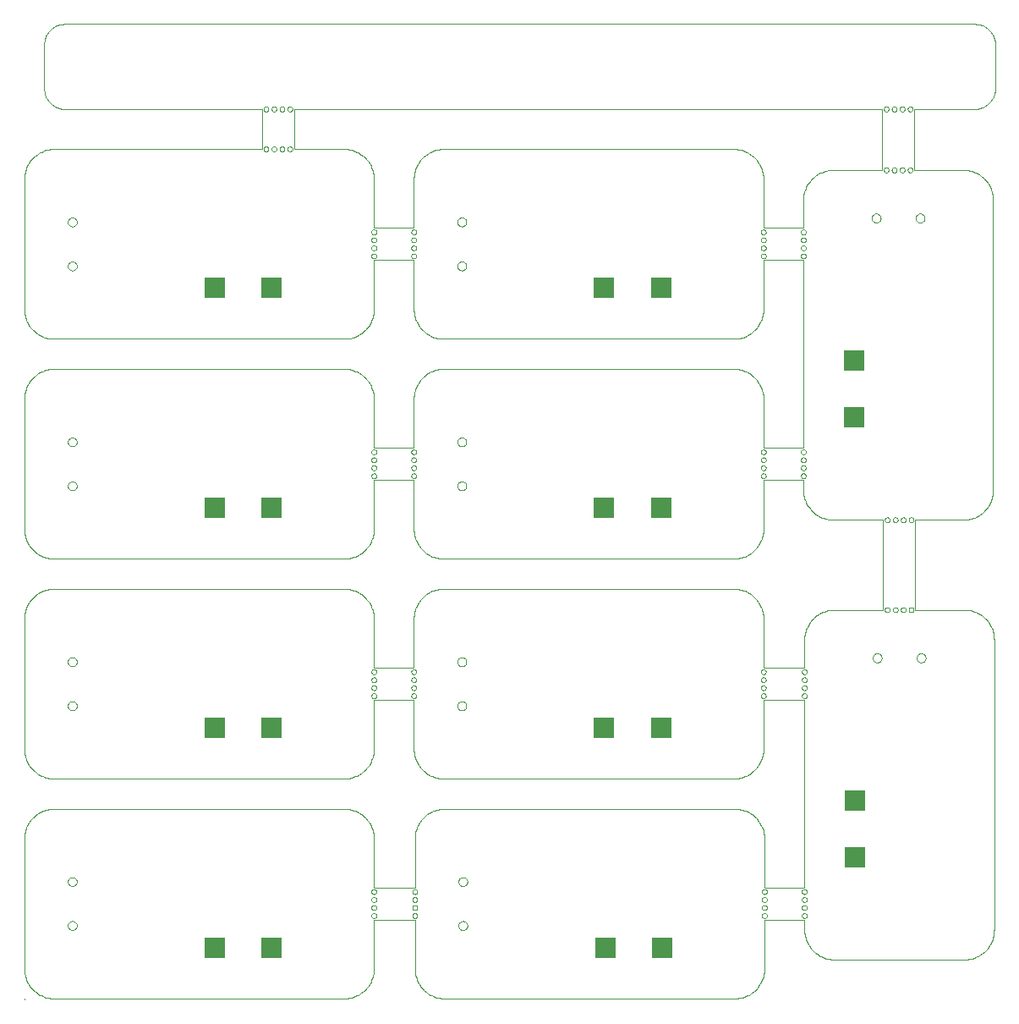
<source format=gbp>
G75*
G70*
%OFA0B0*%
%FSLAX24Y24*%
%IPPOS*%
%LPD*%
%AMOC8*
5,1,8,0,0,1.08239X$1,22.5*
%
%ADD10C,0.0000*%
%ADD11R,0.0800X0.0800*%
D10*
X000436Y000386D02*
X000436Y000425D01*
X001617Y000425D02*
X013034Y000425D01*
X013100Y000427D01*
X013166Y000432D01*
X013232Y000442D01*
X013297Y000455D01*
X013361Y000471D01*
X013424Y000491D01*
X013486Y000515D01*
X013546Y000542D01*
X013605Y000572D01*
X013662Y000606D01*
X013717Y000643D01*
X013770Y000683D01*
X013821Y000725D01*
X013869Y000771D01*
X013915Y000819D01*
X013957Y000870D01*
X013997Y000923D01*
X014034Y000978D01*
X014068Y001035D01*
X014098Y001094D01*
X014125Y001154D01*
X014149Y001216D01*
X014169Y001279D01*
X014185Y001343D01*
X014198Y001408D01*
X014208Y001474D01*
X014213Y001540D01*
X014215Y001606D01*
X014216Y001606D02*
X014216Y003535D01*
X015830Y003535D01*
X015830Y001606D01*
X015832Y001540D01*
X015837Y001474D01*
X015847Y001408D01*
X015860Y001343D01*
X015876Y001279D01*
X015896Y001216D01*
X015920Y001154D01*
X015947Y001094D01*
X015977Y001035D01*
X016011Y000978D01*
X016048Y000923D01*
X016088Y000870D01*
X016130Y000819D01*
X016176Y000771D01*
X016224Y000725D01*
X016275Y000683D01*
X016328Y000643D01*
X016383Y000606D01*
X016440Y000572D01*
X016499Y000542D01*
X016559Y000515D01*
X016621Y000491D01*
X016684Y000471D01*
X016748Y000455D01*
X016813Y000442D01*
X016879Y000432D01*
X016945Y000427D01*
X017011Y000425D01*
X028428Y000425D01*
X028494Y000427D01*
X028560Y000432D01*
X028626Y000442D01*
X028691Y000455D01*
X028755Y000471D01*
X028818Y000491D01*
X028880Y000515D01*
X028940Y000542D01*
X028999Y000572D01*
X029056Y000606D01*
X029111Y000643D01*
X029164Y000683D01*
X029215Y000725D01*
X029263Y000771D01*
X029309Y000819D01*
X029351Y000870D01*
X029391Y000923D01*
X029428Y000978D01*
X029462Y001035D01*
X029492Y001094D01*
X029519Y001154D01*
X029543Y001216D01*
X029563Y001279D01*
X029579Y001343D01*
X029592Y001408D01*
X029602Y001474D01*
X029607Y001540D01*
X029609Y001606D01*
X029609Y003535D01*
X031184Y003535D01*
X031184Y003142D01*
X031086Y003693D02*
X031088Y003712D01*
X031093Y003731D01*
X031103Y003747D01*
X031115Y003762D01*
X031130Y003774D01*
X031146Y003784D01*
X031165Y003789D01*
X031184Y003791D01*
X031203Y003789D01*
X031222Y003784D01*
X031238Y003774D01*
X031253Y003762D01*
X031265Y003747D01*
X031275Y003731D01*
X031280Y003712D01*
X031282Y003693D01*
X031280Y003674D01*
X031275Y003655D01*
X031265Y003639D01*
X031253Y003624D01*
X031238Y003612D01*
X031222Y003602D01*
X031203Y003597D01*
X031184Y003595D01*
X031165Y003597D01*
X031146Y003602D01*
X031130Y003612D01*
X031115Y003624D01*
X031103Y003639D01*
X031093Y003655D01*
X031088Y003674D01*
X031086Y003693D01*
X031086Y004008D02*
X031088Y004027D01*
X031093Y004046D01*
X031103Y004062D01*
X031115Y004077D01*
X031130Y004089D01*
X031146Y004099D01*
X031165Y004104D01*
X031184Y004106D01*
X031203Y004104D01*
X031222Y004099D01*
X031238Y004089D01*
X031253Y004077D01*
X031265Y004062D01*
X031275Y004046D01*
X031280Y004027D01*
X031282Y004008D01*
X031280Y003989D01*
X031275Y003970D01*
X031265Y003954D01*
X031253Y003939D01*
X031238Y003927D01*
X031222Y003917D01*
X031203Y003912D01*
X031184Y003910D01*
X031165Y003912D01*
X031146Y003917D01*
X031130Y003927D01*
X031115Y003939D01*
X031103Y003954D01*
X031093Y003970D01*
X031088Y003989D01*
X031086Y004008D01*
X031086Y004323D02*
X031088Y004342D01*
X031093Y004361D01*
X031103Y004377D01*
X031115Y004392D01*
X031130Y004404D01*
X031146Y004414D01*
X031165Y004419D01*
X031184Y004421D01*
X031203Y004419D01*
X031222Y004414D01*
X031238Y004404D01*
X031253Y004392D01*
X031265Y004377D01*
X031275Y004361D01*
X031280Y004342D01*
X031282Y004323D01*
X031280Y004304D01*
X031275Y004285D01*
X031265Y004269D01*
X031253Y004254D01*
X031238Y004242D01*
X031222Y004232D01*
X031203Y004227D01*
X031184Y004225D01*
X031165Y004227D01*
X031146Y004232D01*
X031130Y004242D01*
X031115Y004254D01*
X031103Y004269D01*
X031093Y004285D01*
X031088Y004304D01*
X031086Y004323D01*
X031086Y004638D02*
X031088Y004657D01*
X031093Y004676D01*
X031103Y004692D01*
X031115Y004707D01*
X031130Y004719D01*
X031146Y004729D01*
X031165Y004734D01*
X031184Y004736D01*
X031203Y004734D01*
X031222Y004729D01*
X031238Y004719D01*
X031253Y004707D01*
X031265Y004692D01*
X031275Y004676D01*
X031280Y004657D01*
X031282Y004638D01*
X031280Y004619D01*
X031275Y004600D01*
X031265Y004584D01*
X031253Y004569D01*
X031238Y004557D01*
X031222Y004547D01*
X031203Y004542D01*
X031184Y004540D01*
X031165Y004542D01*
X031146Y004547D01*
X031130Y004557D01*
X031115Y004569D01*
X031103Y004584D01*
X031093Y004600D01*
X031088Y004619D01*
X031086Y004638D01*
X031184Y004795D02*
X029609Y004795D01*
X029609Y006724D01*
X029607Y006790D01*
X029602Y006856D01*
X029592Y006922D01*
X029579Y006987D01*
X029563Y007051D01*
X029543Y007114D01*
X029519Y007176D01*
X029492Y007236D01*
X029462Y007295D01*
X029428Y007352D01*
X029391Y007407D01*
X029351Y007460D01*
X029309Y007511D01*
X029263Y007559D01*
X029215Y007605D01*
X029164Y007647D01*
X029111Y007687D01*
X029056Y007724D01*
X028999Y007758D01*
X028940Y007788D01*
X028880Y007815D01*
X028818Y007839D01*
X028755Y007859D01*
X028691Y007875D01*
X028626Y007888D01*
X028560Y007898D01*
X028494Y007903D01*
X028428Y007905D01*
X017011Y007905D01*
X016945Y007903D01*
X016879Y007898D01*
X016813Y007888D01*
X016748Y007875D01*
X016684Y007859D01*
X016621Y007839D01*
X016559Y007815D01*
X016499Y007788D01*
X016440Y007758D01*
X016383Y007724D01*
X016328Y007687D01*
X016275Y007647D01*
X016224Y007605D01*
X016176Y007559D01*
X016130Y007511D01*
X016088Y007460D01*
X016048Y007407D01*
X016011Y007352D01*
X015977Y007295D01*
X015947Y007236D01*
X015920Y007176D01*
X015896Y007114D01*
X015876Y007051D01*
X015860Y006987D01*
X015847Y006922D01*
X015837Y006856D01*
X015832Y006790D01*
X015830Y006724D01*
X015830Y004795D01*
X014216Y004795D01*
X014216Y006724D01*
X014215Y006724D02*
X014213Y006790D01*
X014208Y006856D01*
X014198Y006922D01*
X014185Y006987D01*
X014169Y007051D01*
X014149Y007114D01*
X014125Y007176D01*
X014098Y007236D01*
X014068Y007295D01*
X014034Y007352D01*
X013997Y007407D01*
X013957Y007460D01*
X013915Y007511D01*
X013869Y007559D01*
X013821Y007605D01*
X013770Y007647D01*
X013717Y007687D01*
X013662Y007724D01*
X013605Y007758D01*
X013546Y007788D01*
X013486Y007815D01*
X013424Y007839D01*
X013361Y007859D01*
X013297Y007875D01*
X013232Y007888D01*
X013166Y007898D01*
X013100Y007903D01*
X013034Y007905D01*
X001617Y007905D01*
X001551Y007903D01*
X001485Y007898D01*
X001419Y007888D01*
X001354Y007875D01*
X001290Y007859D01*
X001227Y007839D01*
X001165Y007815D01*
X001105Y007788D01*
X001046Y007758D01*
X000989Y007724D01*
X000934Y007687D01*
X000881Y007647D01*
X000830Y007605D01*
X000782Y007559D01*
X000736Y007511D01*
X000694Y007460D01*
X000654Y007407D01*
X000617Y007352D01*
X000583Y007295D01*
X000553Y007236D01*
X000526Y007176D01*
X000502Y007114D01*
X000482Y007051D01*
X000466Y006987D01*
X000453Y006922D01*
X000443Y006856D01*
X000438Y006790D01*
X000436Y006724D01*
X000436Y001606D01*
X000438Y001540D01*
X000443Y001474D01*
X000453Y001408D01*
X000466Y001343D01*
X000482Y001279D01*
X000502Y001216D01*
X000526Y001154D01*
X000553Y001094D01*
X000583Y001035D01*
X000617Y000978D01*
X000654Y000923D01*
X000694Y000870D01*
X000736Y000819D01*
X000782Y000771D01*
X000830Y000725D01*
X000881Y000683D01*
X000934Y000643D01*
X000989Y000606D01*
X001046Y000572D01*
X001105Y000542D01*
X001165Y000515D01*
X001227Y000491D01*
X001290Y000471D01*
X001354Y000455D01*
X001419Y000442D01*
X001485Y000432D01*
X001551Y000427D01*
X001617Y000425D01*
X002153Y003299D02*
X002155Y003325D01*
X002161Y003351D01*
X002171Y003376D01*
X002184Y003399D01*
X002200Y003419D01*
X002220Y003437D01*
X002242Y003452D01*
X002265Y003464D01*
X002291Y003472D01*
X002317Y003476D01*
X002343Y003476D01*
X002369Y003472D01*
X002395Y003464D01*
X002419Y003452D01*
X002440Y003437D01*
X002460Y003419D01*
X002476Y003399D01*
X002489Y003376D01*
X002499Y003351D01*
X002505Y003325D01*
X002507Y003299D01*
X002505Y003273D01*
X002499Y003247D01*
X002489Y003222D01*
X002476Y003199D01*
X002460Y003179D01*
X002440Y003161D01*
X002418Y003146D01*
X002395Y003134D01*
X002369Y003126D01*
X002343Y003122D01*
X002317Y003122D01*
X002291Y003126D01*
X002265Y003134D01*
X002241Y003146D01*
X002220Y003161D01*
X002200Y003179D01*
X002184Y003199D01*
X002171Y003222D01*
X002161Y003247D01*
X002155Y003273D01*
X002153Y003299D01*
X002153Y005031D02*
X002155Y005057D01*
X002161Y005083D01*
X002171Y005108D01*
X002184Y005131D01*
X002200Y005151D01*
X002220Y005169D01*
X002242Y005184D01*
X002265Y005196D01*
X002291Y005204D01*
X002317Y005208D01*
X002343Y005208D01*
X002369Y005204D01*
X002395Y005196D01*
X002419Y005184D01*
X002440Y005169D01*
X002460Y005151D01*
X002476Y005131D01*
X002489Y005108D01*
X002499Y005083D01*
X002505Y005057D01*
X002507Y005031D01*
X002505Y005005D01*
X002499Y004979D01*
X002489Y004954D01*
X002476Y004931D01*
X002460Y004911D01*
X002440Y004893D01*
X002418Y004878D01*
X002395Y004866D01*
X002369Y004858D01*
X002343Y004854D01*
X002317Y004854D01*
X002291Y004858D01*
X002265Y004866D01*
X002241Y004878D01*
X002220Y004893D01*
X002200Y004911D01*
X002184Y004931D01*
X002171Y004954D01*
X002161Y004979D01*
X002155Y005005D01*
X002153Y005031D01*
X001617Y009086D02*
X013034Y009086D01*
X013034Y009087D02*
X013100Y009089D01*
X013166Y009094D01*
X013232Y009104D01*
X013297Y009117D01*
X013361Y009133D01*
X013424Y009153D01*
X013486Y009177D01*
X013546Y009204D01*
X013605Y009234D01*
X013662Y009268D01*
X013717Y009305D01*
X013770Y009345D01*
X013821Y009387D01*
X013869Y009433D01*
X013915Y009481D01*
X013957Y009532D01*
X013997Y009585D01*
X014034Y009640D01*
X014068Y009697D01*
X014098Y009756D01*
X014125Y009816D01*
X014149Y009878D01*
X014169Y009941D01*
X014185Y010005D01*
X014198Y010070D01*
X014208Y010136D01*
X014213Y010202D01*
X014215Y010268D01*
X014216Y010268D02*
X014216Y012197D01*
X015790Y012197D01*
X015790Y010268D01*
X015792Y010202D01*
X015797Y010136D01*
X015807Y010070D01*
X015820Y010005D01*
X015836Y009941D01*
X015856Y009878D01*
X015880Y009816D01*
X015907Y009756D01*
X015937Y009697D01*
X015971Y009640D01*
X016008Y009585D01*
X016048Y009532D01*
X016090Y009481D01*
X016136Y009433D01*
X016184Y009387D01*
X016235Y009345D01*
X016288Y009305D01*
X016343Y009268D01*
X016400Y009234D01*
X016459Y009204D01*
X016519Y009177D01*
X016581Y009153D01*
X016644Y009133D01*
X016708Y009117D01*
X016773Y009104D01*
X016839Y009094D01*
X016905Y009089D01*
X016971Y009087D01*
X016971Y009086D02*
X028389Y009086D01*
X028389Y009087D02*
X028455Y009089D01*
X028521Y009094D01*
X028587Y009104D01*
X028652Y009117D01*
X028716Y009133D01*
X028779Y009153D01*
X028841Y009177D01*
X028901Y009204D01*
X028960Y009234D01*
X029017Y009268D01*
X029072Y009305D01*
X029125Y009345D01*
X029176Y009387D01*
X029224Y009433D01*
X029270Y009481D01*
X029312Y009532D01*
X029352Y009585D01*
X029389Y009640D01*
X029423Y009697D01*
X029453Y009756D01*
X029480Y009816D01*
X029504Y009878D01*
X029524Y009941D01*
X029540Y010005D01*
X029553Y010070D01*
X029563Y010136D01*
X029568Y010202D01*
X029570Y010268D01*
X029570Y012197D01*
X031184Y012197D01*
X031184Y004795D01*
X029511Y004638D02*
X029513Y004657D01*
X029518Y004676D01*
X029528Y004692D01*
X029540Y004707D01*
X029555Y004719D01*
X029571Y004729D01*
X029590Y004734D01*
X029609Y004736D01*
X029628Y004734D01*
X029647Y004729D01*
X029663Y004719D01*
X029678Y004707D01*
X029690Y004692D01*
X029700Y004676D01*
X029705Y004657D01*
X029707Y004638D01*
X029705Y004619D01*
X029700Y004600D01*
X029690Y004584D01*
X029678Y004569D01*
X029663Y004557D01*
X029647Y004547D01*
X029628Y004542D01*
X029609Y004540D01*
X029590Y004542D01*
X029571Y004547D01*
X029555Y004557D01*
X029540Y004569D01*
X029528Y004584D01*
X029518Y004600D01*
X029513Y004619D01*
X029511Y004638D01*
X029511Y004323D02*
X029513Y004342D01*
X029518Y004361D01*
X029528Y004377D01*
X029540Y004392D01*
X029555Y004404D01*
X029571Y004414D01*
X029590Y004419D01*
X029609Y004421D01*
X029628Y004419D01*
X029647Y004414D01*
X029663Y004404D01*
X029678Y004392D01*
X029690Y004377D01*
X029700Y004361D01*
X029705Y004342D01*
X029707Y004323D01*
X029705Y004304D01*
X029700Y004285D01*
X029690Y004269D01*
X029678Y004254D01*
X029663Y004242D01*
X029647Y004232D01*
X029628Y004227D01*
X029609Y004225D01*
X029590Y004227D01*
X029571Y004232D01*
X029555Y004242D01*
X029540Y004254D01*
X029528Y004269D01*
X029518Y004285D01*
X029513Y004304D01*
X029511Y004323D01*
X029511Y004008D02*
X029513Y004027D01*
X029518Y004046D01*
X029528Y004062D01*
X029540Y004077D01*
X029555Y004089D01*
X029571Y004099D01*
X029590Y004104D01*
X029609Y004106D01*
X029628Y004104D01*
X029647Y004099D01*
X029663Y004089D01*
X029678Y004077D01*
X029690Y004062D01*
X029700Y004046D01*
X029705Y004027D01*
X029707Y004008D01*
X029705Y003989D01*
X029700Y003970D01*
X029690Y003954D01*
X029678Y003939D01*
X029663Y003927D01*
X029647Y003917D01*
X029628Y003912D01*
X029609Y003910D01*
X029590Y003912D01*
X029571Y003917D01*
X029555Y003927D01*
X029540Y003939D01*
X029528Y003954D01*
X029518Y003970D01*
X029513Y003989D01*
X029511Y004008D01*
X029511Y003693D02*
X029513Y003712D01*
X029518Y003731D01*
X029528Y003747D01*
X029540Y003762D01*
X029555Y003774D01*
X029571Y003784D01*
X029590Y003789D01*
X029609Y003791D01*
X029628Y003789D01*
X029647Y003784D01*
X029663Y003774D01*
X029678Y003762D01*
X029690Y003747D01*
X029700Y003731D01*
X029705Y003712D01*
X029707Y003693D01*
X029705Y003674D01*
X029700Y003655D01*
X029690Y003639D01*
X029678Y003624D01*
X029663Y003612D01*
X029647Y003602D01*
X029628Y003597D01*
X029609Y003595D01*
X029590Y003597D01*
X029571Y003602D01*
X029555Y003612D01*
X029540Y003624D01*
X029528Y003639D01*
X029518Y003655D01*
X029513Y003674D01*
X029511Y003693D01*
X031184Y003142D02*
X031186Y003076D01*
X031191Y003010D01*
X031201Y002944D01*
X031214Y002879D01*
X031230Y002815D01*
X031250Y002752D01*
X031274Y002690D01*
X031301Y002630D01*
X031331Y002571D01*
X031365Y002514D01*
X031402Y002459D01*
X031442Y002406D01*
X031484Y002355D01*
X031530Y002307D01*
X031578Y002261D01*
X031629Y002219D01*
X031682Y002179D01*
X031737Y002142D01*
X031794Y002108D01*
X031853Y002078D01*
X031913Y002051D01*
X031975Y002027D01*
X032038Y002007D01*
X032102Y001991D01*
X032167Y001978D01*
X032233Y001968D01*
X032299Y001963D01*
X032365Y001961D01*
X032365Y001960D02*
X037483Y001960D01*
X037483Y001961D02*
X037549Y001963D01*
X037615Y001968D01*
X037681Y001978D01*
X037746Y001991D01*
X037810Y002007D01*
X037873Y002027D01*
X037935Y002051D01*
X037995Y002078D01*
X038054Y002108D01*
X038111Y002142D01*
X038166Y002179D01*
X038219Y002219D01*
X038270Y002261D01*
X038318Y002307D01*
X038364Y002355D01*
X038406Y002406D01*
X038446Y002459D01*
X038483Y002514D01*
X038517Y002571D01*
X038547Y002630D01*
X038574Y002690D01*
X038598Y002752D01*
X038618Y002815D01*
X038634Y002879D01*
X038647Y002944D01*
X038657Y003010D01*
X038662Y003076D01*
X038664Y003142D01*
X038664Y014559D01*
X038662Y014625D01*
X038657Y014691D01*
X038647Y014757D01*
X038634Y014822D01*
X038618Y014886D01*
X038598Y014949D01*
X038574Y015011D01*
X038547Y015071D01*
X038517Y015130D01*
X038483Y015187D01*
X038446Y015242D01*
X038406Y015295D01*
X038364Y015346D01*
X038318Y015394D01*
X038270Y015440D01*
X038219Y015482D01*
X038166Y015522D01*
X038111Y015559D01*
X038054Y015593D01*
X037995Y015623D01*
X037935Y015650D01*
X037873Y015674D01*
X037810Y015694D01*
X037746Y015710D01*
X037681Y015723D01*
X037615Y015733D01*
X037549Y015738D01*
X037483Y015740D01*
X035554Y015740D01*
X035554Y019283D01*
X037444Y019283D01*
X037510Y019285D01*
X037576Y019290D01*
X037642Y019300D01*
X037707Y019313D01*
X037771Y019329D01*
X037834Y019349D01*
X037896Y019373D01*
X037956Y019400D01*
X038015Y019430D01*
X038072Y019464D01*
X038127Y019501D01*
X038180Y019541D01*
X038231Y019583D01*
X038279Y019629D01*
X038325Y019677D01*
X038367Y019728D01*
X038407Y019781D01*
X038444Y019836D01*
X038478Y019893D01*
X038508Y019952D01*
X038535Y020012D01*
X038559Y020074D01*
X038579Y020137D01*
X038595Y020201D01*
X038608Y020266D01*
X038618Y020332D01*
X038623Y020398D01*
X038625Y020464D01*
X038625Y031882D01*
X038623Y031948D01*
X038618Y032014D01*
X038608Y032080D01*
X038595Y032145D01*
X038579Y032209D01*
X038559Y032272D01*
X038535Y032334D01*
X038508Y032394D01*
X038478Y032453D01*
X038444Y032510D01*
X038407Y032565D01*
X038367Y032618D01*
X038325Y032669D01*
X038279Y032717D01*
X038231Y032763D01*
X038180Y032805D01*
X038127Y032845D01*
X038072Y032882D01*
X038015Y032916D01*
X037956Y032946D01*
X037896Y032973D01*
X037834Y032997D01*
X037771Y033017D01*
X037707Y033033D01*
X037642Y033046D01*
X037576Y033056D01*
X037510Y033061D01*
X037444Y033063D01*
X035515Y033063D01*
X035515Y035464D01*
X037916Y035464D01*
X037916Y035465D02*
X037970Y035467D01*
X038023Y035472D01*
X038076Y035481D01*
X038128Y035494D01*
X038180Y035510D01*
X038230Y035530D01*
X038278Y035553D01*
X038325Y035580D01*
X038370Y035609D01*
X038413Y035642D01*
X038453Y035677D01*
X038491Y035715D01*
X038526Y035755D01*
X038559Y035798D01*
X038588Y035843D01*
X038615Y035890D01*
X038638Y035938D01*
X038658Y035988D01*
X038674Y036040D01*
X038687Y036092D01*
X038696Y036145D01*
X038701Y036198D01*
X038703Y036252D01*
X038704Y036252D02*
X038704Y038023D01*
X038703Y038023D02*
X038701Y038077D01*
X038696Y038130D01*
X038687Y038183D01*
X038674Y038235D01*
X038658Y038287D01*
X038638Y038337D01*
X038615Y038385D01*
X038588Y038432D01*
X038559Y038477D01*
X038526Y038520D01*
X038491Y038560D01*
X038453Y038598D01*
X038413Y038633D01*
X038370Y038666D01*
X038325Y038695D01*
X038278Y038722D01*
X038230Y038745D01*
X038180Y038765D01*
X038128Y038781D01*
X038076Y038794D01*
X038023Y038803D01*
X037970Y038808D01*
X037916Y038810D01*
X037916Y038811D02*
X002011Y038811D01*
X002011Y038810D02*
X001957Y038808D01*
X001904Y038803D01*
X001851Y038794D01*
X001799Y038781D01*
X001747Y038765D01*
X001697Y038745D01*
X001649Y038722D01*
X001602Y038695D01*
X001557Y038666D01*
X001514Y038633D01*
X001474Y038598D01*
X001436Y038560D01*
X001401Y038520D01*
X001368Y038477D01*
X001339Y038432D01*
X001312Y038385D01*
X001289Y038337D01*
X001269Y038287D01*
X001253Y038235D01*
X001240Y038183D01*
X001231Y038130D01*
X001226Y038077D01*
X001224Y038023D01*
X001223Y038023D02*
X001223Y036252D01*
X001224Y036252D02*
X001226Y036198D01*
X001231Y036145D01*
X001240Y036092D01*
X001253Y036040D01*
X001269Y035988D01*
X001289Y035938D01*
X001312Y035890D01*
X001339Y035843D01*
X001368Y035798D01*
X001401Y035755D01*
X001436Y035715D01*
X001474Y035677D01*
X001514Y035642D01*
X001557Y035609D01*
X001602Y035580D01*
X001649Y035553D01*
X001697Y035530D01*
X001747Y035510D01*
X001799Y035494D01*
X001851Y035481D01*
X001904Y035472D01*
X001957Y035467D01*
X002011Y035465D01*
X002011Y035464D02*
X009806Y035464D01*
X009806Y033890D01*
X001617Y033890D01*
X001617Y033889D02*
X001551Y033887D01*
X001485Y033882D01*
X001419Y033872D01*
X001354Y033859D01*
X001290Y033843D01*
X001227Y033823D01*
X001165Y033799D01*
X001105Y033772D01*
X001046Y033742D01*
X000989Y033708D01*
X000934Y033671D01*
X000881Y033631D01*
X000830Y033589D01*
X000782Y033543D01*
X000736Y033495D01*
X000694Y033444D01*
X000654Y033391D01*
X000617Y033336D01*
X000583Y033279D01*
X000553Y033220D01*
X000526Y033160D01*
X000502Y033098D01*
X000482Y033035D01*
X000466Y032971D01*
X000453Y032906D01*
X000443Y032840D01*
X000438Y032774D01*
X000436Y032708D01*
X000436Y027590D01*
X000438Y027524D01*
X000443Y027458D01*
X000453Y027392D01*
X000466Y027327D01*
X000482Y027263D01*
X000502Y027200D01*
X000526Y027138D01*
X000553Y027078D01*
X000583Y027019D01*
X000617Y026962D01*
X000654Y026907D01*
X000694Y026854D01*
X000736Y026803D01*
X000782Y026755D01*
X000830Y026709D01*
X000881Y026667D01*
X000934Y026627D01*
X000989Y026590D01*
X001046Y026556D01*
X001105Y026526D01*
X001165Y026499D01*
X001227Y026475D01*
X001290Y026455D01*
X001354Y026439D01*
X001419Y026426D01*
X001485Y026416D01*
X001551Y026411D01*
X001617Y026409D01*
X013034Y026409D01*
X013034Y025228D02*
X001617Y025228D01*
X001551Y025226D01*
X001485Y025221D01*
X001419Y025211D01*
X001354Y025198D01*
X001290Y025182D01*
X001227Y025162D01*
X001165Y025138D01*
X001105Y025111D01*
X001046Y025081D01*
X000989Y025047D01*
X000934Y025010D01*
X000881Y024970D01*
X000830Y024928D01*
X000782Y024882D01*
X000736Y024834D01*
X000694Y024783D01*
X000654Y024730D01*
X000617Y024675D01*
X000583Y024618D01*
X000553Y024559D01*
X000526Y024499D01*
X000502Y024437D01*
X000482Y024374D01*
X000466Y024310D01*
X000453Y024245D01*
X000443Y024179D01*
X000438Y024113D01*
X000436Y024047D01*
X000436Y018929D01*
X000438Y018863D01*
X000443Y018797D01*
X000453Y018731D01*
X000466Y018666D01*
X000482Y018602D01*
X000502Y018539D01*
X000526Y018477D01*
X000553Y018417D01*
X000583Y018358D01*
X000617Y018301D01*
X000654Y018246D01*
X000694Y018193D01*
X000736Y018142D01*
X000782Y018094D01*
X000830Y018048D01*
X000881Y018006D01*
X000934Y017966D01*
X000989Y017929D01*
X001046Y017895D01*
X001105Y017865D01*
X001165Y017838D01*
X001227Y017814D01*
X001290Y017794D01*
X001354Y017778D01*
X001419Y017765D01*
X001485Y017755D01*
X001551Y017750D01*
X001617Y017748D01*
X013034Y017748D01*
X013100Y017750D01*
X013166Y017755D01*
X013232Y017765D01*
X013297Y017778D01*
X013361Y017794D01*
X013424Y017814D01*
X013486Y017838D01*
X013546Y017865D01*
X013605Y017895D01*
X013662Y017929D01*
X013717Y017966D01*
X013770Y018006D01*
X013821Y018048D01*
X013869Y018094D01*
X013915Y018142D01*
X013957Y018193D01*
X013997Y018246D01*
X014034Y018301D01*
X014068Y018358D01*
X014098Y018417D01*
X014125Y018477D01*
X014149Y018539D01*
X014169Y018602D01*
X014185Y018666D01*
X014198Y018731D01*
X014208Y018797D01*
X014213Y018863D01*
X014215Y018929D01*
X014216Y018929D02*
X014216Y020858D01*
X015790Y020858D01*
X015790Y018929D01*
X015792Y018863D01*
X015797Y018797D01*
X015807Y018731D01*
X015820Y018666D01*
X015836Y018602D01*
X015856Y018539D01*
X015880Y018477D01*
X015907Y018417D01*
X015937Y018358D01*
X015971Y018301D01*
X016008Y018246D01*
X016048Y018193D01*
X016090Y018142D01*
X016136Y018094D01*
X016184Y018048D01*
X016235Y018006D01*
X016288Y017966D01*
X016343Y017929D01*
X016400Y017895D01*
X016459Y017865D01*
X016519Y017838D01*
X016581Y017814D01*
X016644Y017794D01*
X016708Y017778D01*
X016773Y017765D01*
X016839Y017755D01*
X016905Y017750D01*
X016971Y017748D01*
X028389Y017748D01*
X028455Y017750D01*
X028521Y017755D01*
X028587Y017765D01*
X028652Y017778D01*
X028716Y017794D01*
X028779Y017814D01*
X028841Y017838D01*
X028901Y017865D01*
X028960Y017895D01*
X029017Y017929D01*
X029072Y017966D01*
X029125Y018006D01*
X029176Y018048D01*
X029224Y018094D01*
X029270Y018142D01*
X029312Y018193D01*
X029352Y018246D01*
X029389Y018301D01*
X029423Y018358D01*
X029453Y018417D01*
X029480Y018477D01*
X029504Y018539D01*
X029524Y018602D01*
X029540Y018666D01*
X029553Y018731D01*
X029563Y018797D01*
X029568Y018863D01*
X029570Y018929D01*
X029570Y020858D01*
X031145Y020858D01*
X031145Y020464D01*
X031047Y021016D02*
X031049Y021035D01*
X031054Y021054D01*
X031064Y021070D01*
X031076Y021085D01*
X031091Y021097D01*
X031107Y021107D01*
X031126Y021112D01*
X031145Y021114D01*
X031164Y021112D01*
X031183Y021107D01*
X031199Y021097D01*
X031214Y021085D01*
X031226Y021070D01*
X031236Y021054D01*
X031241Y021035D01*
X031243Y021016D01*
X031241Y020997D01*
X031236Y020978D01*
X031226Y020962D01*
X031214Y020947D01*
X031199Y020935D01*
X031183Y020925D01*
X031164Y020920D01*
X031145Y020918D01*
X031126Y020920D01*
X031107Y020925D01*
X031091Y020935D01*
X031076Y020947D01*
X031064Y020962D01*
X031054Y020978D01*
X031049Y020997D01*
X031047Y021016D01*
X031047Y021331D02*
X031049Y021350D01*
X031054Y021369D01*
X031064Y021385D01*
X031076Y021400D01*
X031091Y021412D01*
X031107Y021422D01*
X031126Y021427D01*
X031145Y021429D01*
X031164Y021427D01*
X031183Y021422D01*
X031199Y021412D01*
X031214Y021400D01*
X031226Y021385D01*
X031236Y021369D01*
X031241Y021350D01*
X031243Y021331D01*
X031241Y021312D01*
X031236Y021293D01*
X031226Y021277D01*
X031214Y021262D01*
X031199Y021250D01*
X031183Y021240D01*
X031164Y021235D01*
X031145Y021233D01*
X031126Y021235D01*
X031107Y021240D01*
X031091Y021250D01*
X031076Y021262D01*
X031064Y021277D01*
X031054Y021293D01*
X031049Y021312D01*
X031047Y021331D01*
X031047Y021645D02*
X031049Y021664D01*
X031054Y021683D01*
X031064Y021699D01*
X031076Y021714D01*
X031091Y021726D01*
X031107Y021736D01*
X031126Y021741D01*
X031145Y021743D01*
X031164Y021741D01*
X031183Y021736D01*
X031199Y021726D01*
X031214Y021714D01*
X031226Y021699D01*
X031236Y021683D01*
X031241Y021664D01*
X031243Y021645D01*
X031241Y021626D01*
X031236Y021607D01*
X031226Y021591D01*
X031214Y021576D01*
X031199Y021564D01*
X031183Y021554D01*
X031164Y021549D01*
X031145Y021547D01*
X031126Y021549D01*
X031107Y021554D01*
X031091Y021564D01*
X031076Y021576D01*
X031064Y021591D01*
X031054Y021607D01*
X031049Y021626D01*
X031047Y021645D01*
X031047Y021960D02*
X031049Y021979D01*
X031054Y021998D01*
X031064Y022014D01*
X031076Y022029D01*
X031091Y022041D01*
X031107Y022051D01*
X031126Y022056D01*
X031145Y022058D01*
X031164Y022056D01*
X031183Y022051D01*
X031199Y022041D01*
X031214Y022029D01*
X031226Y022014D01*
X031236Y021998D01*
X031241Y021979D01*
X031243Y021960D01*
X031241Y021941D01*
X031236Y021922D01*
X031226Y021906D01*
X031214Y021891D01*
X031199Y021879D01*
X031183Y021869D01*
X031164Y021864D01*
X031145Y021862D01*
X031126Y021864D01*
X031107Y021869D01*
X031091Y021879D01*
X031076Y021891D01*
X031064Y021906D01*
X031054Y021922D01*
X031049Y021941D01*
X031047Y021960D01*
X031145Y022118D02*
X029570Y022118D01*
X029570Y024047D01*
X029568Y024113D01*
X029563Y024179D01*
X029553Y024245D01*
X029540Y024310D01*
X029524Y024374D01*
X029504Y024437D01*
X029480Y024499D01*
X029453Y024559D01*
X029423Y024618D01*
X029389Y024675D01*
X029352Y024730D01*
X029312Y024783D01*
X029270Y024834D01*
X029224Y024882D01*
X029176Y024928D01*
X029125Y024970D01*
X029072Y025010D01*
X029017Y025047D01*
X028960Y025081D01*
X028901Y025111D01*
X028841Y025138D01*
X028779Y025162D01*
X028716Y025182D01*
X028652Y025198D01*
X028587Y025211D01*
X028521Y025221D01*
X028455Y025226D01*
X028389Y025228D01*
X016971Y025228D01*
X016905Y025226D01*
X016839Y025221D01*
X016773Y025211D01*
X016708Y025198D01*
X016644Y025182D01*
X016581Y025162D01*
X016519Y025138D01*
X016459Y025111D01*
X016400Y025081D01*
X016343Y025047D01*
X016288Y025010D01*
X016235Y024970D01*
X016184Y024928D01*
X016136Y024882D01*
X016090Y024834D01*
X016048Y024783D01*
X016008Y024730D01*
X015971Y024675D01*
X015937Y024618D01*
X015907Y024559D01*
X015880Y024499D01*
X015856Y024437D01*
X015836Y024374D01*
X015820Y024310D01*
X015807Y024245D01*
X015797Y024179D01*
X015792Y024113D01*
X015790Y024047D01*
X015790Y022118D01*
X014216Y022118D01*
X014216Y024047D01*
X014215Y024047D02*
X014213Y024113D01*
X014208Y024179D01*
X014198Y024245D01*
X014185Y024310D01*
X014169Y024374D01*
X014149Y024437D01*
X014125Y024499D01*
X014098Y024559D01*
X014068Y024618D01*
X014034Y024675D01*
X013997Y024730D01*
X013957Y024783D01*
X013915Y024834D01*
X013869Y024882D01*
X013821Y024928D01*
X013770Y024970D01*
X013717Y025010D01*
X013662Y025047D01*
X013605Y025081D01*
X013546Y025111D01*
X013486Y025138D01*
X013424Y025162D01*
X013361Y025182D01*
X013297Y025198D01*
X013232Y025211D01*
X013166Y025221D01*
X013100Y025226D01*
X013034Y025228D01*
X013034Y026409D02*
X013100Y026411D01*
X013166Y026416D01*
X013232Y026426D01*
X013297Y026439D01*
X013361Y026455D01*
X013424Y026475D01*
X013486Y026499D01*
X013546Y026526D01*
X013605Y026556D01*
X013662Y026590D01*
X013717Y026627D01*
X013770Y026667D01*
X013821Y026709D01*
X013869Y026755D01*
X013915Y026803D01*
X013957Y026854D01*
X013997Y026907D01*
X014034Y026962D01*
X014068Y027019D01*
X014098Y027078D01*
X014125Y027138D01*
X014149Y027200D01*
X014169Y027263D01*
X014185Y027327D01*
X014198Y027392D01*
X014208Y027458D01*
X014213Y027524D01*
X014215Y027590D01*
X014216Y027590D02*
X014216Y029519D01*
X015790Y029519D01*
X015790Y027590D01*
X015792Y027524D01*
X015797Y027458D01*
X015807Y027392D01*
X015820Y027327D01*
X015836Y027263D01*
X015856Y027200D01*
X015880Y027138D01*
X015907Y027078D01*
X015937Y027019D01*
X015971Y026962D01*
X016008Y026907D01*
X016048Y026854D01*
X016090Y026803D01*
X016136Y026755D01*
X016184Y026709D01*
X016235Y026667D01*
X016288Y026627D01*
X016343Y026590D01*
X016400Y026556D01*
X016459Y026526D01*
X016519Y026499D01*
X016581Y026475D01*
X016644Y026455D01*
X016708Y026439D01*
X016773Y026426D01*
X016839Y026416D01*
X016905Y026411D01*
X016971Y026409D01*
X028389Y026409D01*
X028455Y026411D01*
X028521Y026416D01*
X028587Y026426D01*
X028652Y026439D01*
X028716Y026455D01*
X028779Y026475D01*
X028841Y026499D01*
X028901Y026526D01*
X028960Y026556D01*
X029017Y026590D01*
X029072Y026627D01*
X029125Y026667D01*
X029176Y026709D01*
X029224Y026755D01*
X029270Y026803D01*
X029312Y026854D01*
X029352Y026907D01*
X029389Y026962D01*
X029423Y027019D01*
X029453Y027078D01*
X029480Y027138D01*
X029504Y027200D01*
X029524Y027263D01*
X029540Y027327D01*
X029553Y027392D01*
X029563Y027458D01*
X029568Y027524D01*
X029570Y027590D01*
X029570Y029519D01*
X031145Y029519D01*
X031145Y022118D01*
X029472Y021960D02*
X029474Y021979D01*
X029479Y021998D01*
X029489Y022014D01*
X029501Y022029D01*
X029516Y022041D01*
X029532Y022051D01*
X029551Y022056D01*
X029570Y022058D01*
X029589Y022056D01*
X029608Y022051D01*
X029624Y022041D01*
X029639Y022029D01*
X029651Y022014D01*
X029661Y021998D01*
X029666Y021979D01*
X029668Y021960D01*
X029666Y021941D01*
X029661Y021922D01*
X029651Y021906D01*
X029639Y021891D01*
X029624Y021879D01*
X029608Y021869D01*
X029589Y021864D01*
X029570Y021862D01*
X029551Y021864D01*
X029532Y021869D01*
X029516Y021879D01*
X029501Y021891D01*
X029489Y021906D01*
X029479Y021922D01*
X029474Y021941D01*
X029472Y021960D01*
X029472Y021645D02*
X029474Y021664D01*
X029479Y021683D01*
X029489Y021699D01*
X029501Y021714D01*
X029516Y021726D01*
X029532Y021736D01*
X029551Y021741D01*
X029570Y021743D01*
X029589Y021741D01*
X029608Y021736D01*
X029624Y021726D01*
X029639Y021714D01*
X029651Y021699D01*
X029661Y021683D01*
X029666Y021664D01*
X029668Y021645D01*
X029666Y021626D01*
X029661Y021607D01*
X029651Y021591D01*
X029639Y021576D01*
X029624Y021564D01*
X029608Y021554D01*
X029589Y021549D01*
X029570Y021547D01*
X029551Y021549D01*
X029532Y021554D01*
X029516Y021564D01*
X029501Y021576D01*
X029489Y021591D01*
X029479Y021607D01*
X029474Y021626D01*
X029472Y021645D01*
X029472Y021331D02*
X029474Y021350D01*
X029479Y021369D01*
X029489Y021385D01*
X029501Y021400D01*
X029516Y021412D01*
X029532Y021422D01*
X029551Y021427D01*
X029570Y021429D01*
X029589Y021427D01*
X029608Y021422D01*
X029624Y021412D01*
X029639Y021400D01*
X029651Y021385D01*
X029661Y021369D01*
X029666Y021350D01*
X029668Y021331D01*
X029666Y021312D01*
X029661Y021293D01*
X029651Y021277D01*
X029639Y021262D01*
X029624Y021250D01*
X029608Y021240D01*
X029589Y021235D01*
X029570Y021233D01*
X029551Y021235D01*
X029532Y021240D01*
X029516Y021250D01*
X029501Y021262D01*
X029489Y021277D01*
X029479Y021293D01*
X029474Y021312D01*
X029472Y021331D01*
X029472Y021016D02*
X029474Y021035D01*
X029479Y021054D01*
X029489Y021070D01*
X029501Y021085D01*
X029516Y021097D01*
X029532Y021107D01*
X029551Y021112D01*
X029570Y021114D01*
X029589Y021112D01*
X029608Y021107D01*
X029624Y021097D01*
X029639Y021085D01*
X029651Y021070D01*
X029661Y021054D01*
X029666Y021035D01*
X029668Y021016D01*
X029666Y020997D01*
X029661Y020978D01*
X029651Y020962D01*
X029639Y020947D01*
X029624Y020935D01*
X029608Y020925D01*
X029589Y020920D01*
X029570Y020918D01*
X029551Y020920D01*
X029532Y020925D01*
X029516Y020935D01*
X029501Y020947D01*
X029489Y020962D01*
X029479Y020978D01*
X029474Y020997D01*
X029472Y021016D01*
X031145Y020464D02*
X031147Y020398D01*
X031152Y020332D01*
X031162Y020266D01*
X031175Y020201D01*
X031191Y020137D01*
X031211Y020074D01*
X031235Y020012D01*
X031262Y019952D01*
X031292Y019893D01*
X031326Y019836D01*
X031363Y019781D01*
X031403Y019728D01*
X031445Y019677D01*
X031491Y019629D01*
X031539Y019583D01*
X031590Y019541D01*
X031643Y019501D01*
X031698Y019464D01*
X031755Y019430D01*
X031814Y019400D01*
X031874Y019373D01*
X031936Y019349D01*
X031999Y019329D01*
X032063Y019313D01*
X032128Y019300D01*
X032194Y019290D01*
X032260Y019285D01*
X032326Y019283D01*
X034294Y019283D01*
X034294Y015740D01*
X032365Y015740D01*
X032299Y015738D01*
X032233Y015733D01*
X032167Y015723D01*
X032102Y015710D01*
X032038Y015694D01*
X031975Y015674D01*
X031913Y015650D01*
X031853Y015623D01*
X031794Y015593D01*
X031737Y015559D01*
X031682Y015522D01*
X031629Y015482D01*
X031578Y015440D01*
X031530Y015394D01*
X031484Y015346D01*
X031442Y015295D01*
X031402Y015242D01*
X031365Y015187D01*
X031331Y015130D01*
X031301Y015071D01*
X031274Y015011D01*
X031250Y014949D01*
X031230Y014886D01*
X031214Y014822D01*
X031201Y014757D01*
X031191Y014691D01*
X031186Y014625D01*
X031184Y014559D01*
X031184Y013456D01*
X029570Y013456D01*
X029570Y015386D01*
X029568Y015452D01*
X029563Y015518D01*
X029553Y015584D01*
X029540Y015649D01*
X029524Y015713D01*
X029504Y015776D01*
X029480Y015838D01*
X029453Y015898D01*
X029423Y015957D01*
X029389Y016014D01*
X029352Y016069D01*
X029312Y016122D01*
X029270Y016173D01*
X029224Y016221D01*
X029176Y016267D01*
X029125Y016309D01*
X029072Y016349D01*
X029017Y016386D01*
X028960Y016420D01*
X028901Y016450D01*
X028841Y016477D01*
X028779Y016501D01*
X028716Y016521D01*
X028652Y016537D01*
X028587Y016550D01*
X028521Y016560D01*
X028455Y016565D01*
X028389Y016567D01*
X016971Y016567D01*
X016905Y016565D01*
X016839Y016560D01*
X016773Y016550D01*
X016708Y016537D01*
X016644Y016521D01*
X016581Y016501D01*
X016519Y016477D01*
X016459Y016450D01*
X016400Y016420D01*
X016343Y016386D01*
X016288Y016349D01*
X016235Y016309D01*
X016184Y016267D01*
X016136Y016221D01*
X016090Y016173D01*
X016048Y016122D01*
X016008Y016069D01*
X015971Y016014D01*
X015937Y015957D01*
X015907Y015898D01*
X015880Y015838D01*
X015856Y015776D01*
X015836Y015713D01*
X015820Y015649D01*
X015807Y015584D01*
X015797Y015518D01*
X015792Y015452D01*
X015790Y015386D01*
X015790Y013456D01*
X014216Y013456D01*
X014216Y015386D01*
X014215Y015386D02*
X014213Y015452D01*
X014208Y015518D01*
X014198Y015584D01*
X014185Y015649D01*
X014169Y015713D01*
X014149Y015776D01*
X014125Y015838D01*
X014098Y015898D01*
X014068Y015957D01*
X014034Y016014D01*
X013997Y016069D01*
X013957Y016122D01*
X013915Y016173D01*
X013869Y016221D01*
X013821Y016267D01*
X013770Y016309D01*
X013717Y016349D01*
X013662Y016386D01*
X013605Y016420D01*
X013546Y016450D01*
X013486Y016477D01*
X013424Y016501D01*
X013361Y016521D01*
X013297Y016537D01*
X013232Y016550D01*
X013166Y016560D01*
X013100Y016565D01*
X013034Y016567D01*
X001617Y016567D01*
X001551Y016565D01*
X001485Y016560D01*
X001419Y016550D01*
X001354Y016537D01*
X001290Y016521D01*
X001227Y016501D01*
X001165Y016477D01*
X001105Y016450D01*
X001046Y016420D01*
X000989Y016386D01*
X000934Y016349D01*
X000881Y016309D01*
X000830Y016267D01*
X000782Y016221D01*
X000736Y016173D01*
X000694Y016122D01*
X000654Y016069D01*
X000617Y016014D01*
X000583Y015957D01*
X000553Y015898D01*
X000526Y015838D01*
X000502Y015776D01*
X000482Y015713D01*
X000466Y015649D01*
X000453Y015584D01*
X000443Y015518D01*
X000438Y015452D01*
X000436Y015386D01*
X000436Y010268D01*
X000438Y010202D01*
X000443Y010136D01*
X000453Y010070D01*
X000466Y010005D01*
X000482Y009941D01*
X000502Y009878D01*
X000526Y009816D01*
X000553Y009756D01*
X000583Y009697D01*
X000617Y009640D01*
X000654Y009585D01*
X000694Y009532D01*
X000736Y009481D01*
X000782Y009433D01*
X000830Y009387D01*
X000881Y009345D01*
X000934Y009305D01*
X000989Y009268D01*
X001046Y009234D01*
X001105Y009204D01*
X001165Y009177D01*
X001227Y009153D01*
X001290Y009133D01*
X001354Y009117D01*
X001419Y009104D01*
X001485Y009094D01*
X001551Y009089D01*
X001617Y009087D01*
X002153Y011960D02*
X002155Y011986D01*
X002161Y012012D01*
X002171Y012037D01*
X002184Y012060D01*
X002200Y012080D01*
X002220Y012098D01*
X002242Y012113D01*
X002265Y012125D01*
X002291Y012133D01*
X002317Y012137D01*
X002343Y012137D01*
X002369Y012133D01*
X002395Y012125D01*
X002419Y012113D01*
X002440Y012098D01*
X002460Y012080D01*
X002476Y012060D01*
X002489Y012037D01*
X002499Y012012D01*
X002505Y011986D01*
X002507Y011960D01*
X002505Y011934D01*
X002499Y011908D01*
X002489Y011883D01*
X002476Y011860D01*
X002460Y011840D01*
X002440Y011822D01*
X002418Y011807D01*
X002395Y011795D01*
X002369Y011787D01*
X002343Y011783D01*
X002317Y011783D01*
X002291Y011787D01*
X002265Y011795D01*
X002241Y011807D01*
X002220Y011822D01*
X002200Y011840D01*
X002184Y011860D01*
X002171Y011883D01*
X002161Y011908D01*
X002155Y011934D01*
X002153Y011960D01*
X002153Y013693D02*
X002155Y013719D01*
X002161Y013745D01*
X002171Y013770D01*
X002184Y013793D01*
X002200Y013813D01*
X002220Y013831D01*
X002242Y013846D01*
X002265Y013858D01*
X002291Y013866D01*
X002317Y013870D01*
X002343Y013870D01*
X002369Y013866D01*
X002395Y013858D01*
X002419Y013846D01*
X002440Y013831D01*
X002460Y013813D01*
X002476Y013793D01*
X002489Y013770D01*
X002499Y013745D01*
X002505Y013719D01*
X002507Y013693D01*
X002505Y013667D01*
X002499Y013641D01*
X002489Y013616D01*
X002476Y013593D01*
X002460Y013573D01*
X002440Y013555D01*
X002418Y013540D01*
X002395Y013528D01*
X002369Y013520D01*
X002343Y013516D01*
X002317Y013516D01*
X002291Y013520D01*
X002265Y013528D01*
X002241Y013540D01*
X002220Y013555D01*
X002200Y013573D01*
X002184Y013593D01*
X002171Y013616D01*
X002161Y013641D01*
X002155Y013667D01*
X002153Y013693D01*
X002153Y020622D02*
X002155Y020648D01*
X002161Y020674D01*
X002171Y020699D01*
X002184Y020722D01*
X002200Y020742D01*
X002220Y020760D01*
X002242Y020775D01*
X002265Y020787D01*
X002291Y020795D01*
X002317Y020799D01*
X002343Y020799D01*
X002369Y020795D01*
X002395Y020787D01*
X002419Y020775D01*
X002440Y020760D01*
X002460Y020742D01*
X002476Y020722D01*
X002489Y020699D01*
X002499Y020674D01*
X002505Y020648D01*
X002507Y020622D01*
X002505Y020596D01*
X002499Y020570D01*
X002489Y020545D01*
X002476Y020522D01*
X002460Y020502D01*
X002440Y020484D01*
X002418Y020469D01*
X002395Y020457D01*
X002369Y020449D01*
X002343Y020445D01*
X002317Y020445D01*
X002291Y020449D01*
X002265Y020457D01*
X002241Y020469D01*
X002220Y020484D01*
X002200Y020502D01*
X002184Y020522D01*
X002171Y020545D01*
X002161Y020570D01*
X002155Y020596D01*
X002153Y020622D01*
X002153Y022354D02*
X002155Y022380D01*
X002161Y022406D01*
X002171Y022431D01*
X002184Y022454D01*
X002200Y022474D01*
X002220Y022492D01*
X002242Y022507D01*
X002265Y022519D01*
X002291Y022527D01*
X002317Y022531D01*
X002343Y022531D01*
X002369Y022527D01*
X002395Y022519D01*
X002419Y022507D01*
X002440Y022492D01*
X002460Y022474D01*
X002476Y022454D01*
X002489Y022431D01*
X002499Y022406D01*
X002505Y022380D01*
X002507Y022354D01*
X002505Y022328D01*
X002499Y022302D01*
X002489Y022277D01*
X002476Y022254D01*
X002460Y022234D01*
X002440Y022216D01*
X002418Y022201D01*
X002395Y022189D01*
X002369Y022181D01*
X002343Y022177D01*
X002317Y022177D01*
X002291Y022181D01*
X002265Y022189D01*
X002241Y022201D01*
X002220Y022216D01*
X002200Y022234D01*
X002184Y022254D01*
X002171Y022277D01*
X002161Y022302D01*
X002155Y022328D01*
X002153Y022354D01*
X002153Y029283D02*
X002155Y029309D01*
X002161Y029335D01*
X002171Y029360D01*
X002184Y029383D01*
X002200Y029403D01*
X002220Y029421D01*
X002242Y029436D01*
X002265Y029448D01*
X002291Y029456D01*
X002317Y029460D01*
X002343Y029460D01*
X002369Y029456D01*
X002395Y029448D01*
X002419Y029436D01*
X002440Y029421D01*
X002460Y029403D01*
X002476Y029383D01*
X002489Y029360D01*
X002499Y029335D01*
X002505Y029309D01*
X002507Y029283D01*
X002505Y029257D01*
X002499Y029231D01*
X002489Y029206D01*
X002476Y029183D01*
X002460Y029163D01*
X002440Y029145D01*
X002418Y029130D01*
X002395Y029118D01*
X002369Y029110D01*
X002343Y029106D01*
X002317Y029106D01*
X002291Y029110D01*
X002265Y029118D01*
X002241Y029130D01*
X002220Y029145D01*
X002200Y029163D01*
X002184Y029183D01*
X002171Y029206D01*
X002161Y029231D01*
X002155Y029257D01*
X002153Y029283D01*
X002153Y031016D02*
X002155Y031042D01*
X002161Y031068D01*
X002171Y031093D01*
X002184Y031116D01*
X002200Y031136D01*
X002220Y031154D01*
X002242Y031169D01*
X002265Y031181D01*
X002291Y031189D01*
X002317Y031193D01*
X002343Y031193D01*
X002369Y031189D01*
X002395Y031181D01*
X002419Y031169D01*
X002440Y031154D01*
X002460Y031136D01*
X002476Y031116D01*
X002489Y031093D01*
X002499Y031068D01*
X002505Y031042D01*
X002507Y031016D01*
X002505Y030990D01*
X002499Y030964D01*
X002489Y030939D01*
X002476Y030916D01*
X002460Y030896D01*
X002440Y030878D01*
X002418Y030863D01*
X002395Y030851D01*
X002369Y030843D01*
X002343Y030839D01*
X002317Y030839D01*
X002291Y030843D01*
X002265Y030851D01*
X002241Y030863D01*
X002220Y030878D01*
X002200Y030896D01*
X002184Y030916D01*
X002171Y030939D01*
X002161Y030964D01*
X002155Y030990D01*
X002153Y031016D01*
X009866Y033890D02*
X009868Y033909D01*
X009873Y033928D01*
X009883Y033944D01*
X009895Y033959D01*
X009910Y033971D01*
X009926Y033981D01*
X009945Y033986D01*
X009964Y033988D01*
X009983Y033986D01*
X010002Y033981D01*
X010018Y033971D01*
X010033Y033959D01*
X010045Y033944D01*
X010055Y033928D01*
X010060Y033909D01*
X010062Y033890D01*
X010060Y033871D01*
X010055Y033852D01*
X010045Y033836D01*
X010033Y033821D01*
X010018Y033809D01*
X010002Y033799D01*
X009983Y033794D01*
X009964Y033792D01*
X009945Y033794D01*
X009926Y033799D01*
X009910Y033809D01*
X009895Y033821D01*
X009883Y033836D01*
X009873Y033852D01*
X009868Y033871D01*
X009866Y033890D01*
X010181Y033890D02*
X010183Y033909D01*
X010188Y033928D01*
X010198Y033944D01*
X010210Y033959D01*
X010225Y033971D01*
X010241Y033981D01*
X010260Y033986D01*
X010279Y033988D01*
X010298Y033986D01*
X010317Y033981D01*
X010333Y033971D01*
X010348Y033959D01*
X010360Y033944D01*
X010370Y033928D01*
X010375Y033909D01*
X010377Y033890D01*
X010375Y033871D01*
X010370Y033852D01*
X010360Y033836D01*
X010348Y033821D01*
X010333Y033809D01*
X010317Y033799D01*
X010298Y033794D01*
X010279Y033792D01*
X010260Y033794D01*
X010241Y033799D01*
X010225Y033809D01*
X010210Y033821D01*
X010198Y033836D01*
X010188Y033852D01*
X010183Y033871D01*
X010181Y033890D01*
X010496Y033890D02*
X010498Y033909D01*
X010503Y033928D01*
X010513Y033944D01*
X010525Y033959D01*
X010540Y033971D01*
X010556Y033981D01*
X010575Y033986D01*
X010594Y033988D01*
X010613Y033986D01*
X010632Y033981D01*
X010648Y033971D01*
X010663Y033959D01*
X010675Y033944D01*
X010685Y033928D01*
X010690Y033909D01*
X010692Y033890D01*
X010690Y033871D01*
X010685Y033852D01*
X010675Y033836D01*
X010663Y033821D01*
X010648Y033809D01*
X010632Y033799D01*
X010613Y033794D01*
X010594Y033792D01*
X010575Y033794D01*
X010556Y033799D01*
X010540Y033809D01*
X010525Y033821D01*
X010513Y033836D01*
X010503Y033852D01*
X010498Y033871D01*
X010496Y033890D01*
X010810Y033890D02*
X010812Y033909D01*
X010817Y033928D01*
X010827Y033944D01*
X010839Y033959D01*
X010854Y033971D01*
X010870Y033981D01*
X010889Y033986D01*
X010908Y033988D01*
X010927Y033986D01*
X010946Y033981D01*
X010962Y033971D01*
X010977Y033959D01*
X010989Y033944D01*
X010999Y033928D01*
X011004Y033909D01*
X011006Y033890D01*
X011004Y033871D01*
X010999Y033852D01*
X010989Y033836D01*
X010977Y033821D01*
X010962Y033809D01*
X010946Y033799D01*
X010927Y033794D01*
X010908Y033792D01*
X010889Y033794D01*
X010870Y033799D01*
X010854Y033809D01*
X010839Y033821D01*
X010827Y033836D01*
X010817Y033852D01*
X010812Y033871D01*
X010810Y033890D01*
X011066Y033890D02*
X011066Y035464D01*
X034255Y035464D01*
X034255Y033063D01*
X032326Y033063D01*
X032260Y033061D01*
X032194Y033056D01*
X032128Y033046D01*
X032063Y033033D01*
X031999Y033017D01*
X031936Y032997D01*
X031874Y032973D01*
X031814Y032946D01*
X031755Y032916D01*
X031698Y032882D01*
X031643Y032845D01*
X031590Y032805D01*
X031539Y032763D01*
X031491Y032717D01*
X031445Y032669D01*
X031403Y032618D01*
X031363Y032565D01*
X031326Y032510D01*
X031292Y032453D01*
X031262Y032394D01*
X031235Y032334D01*
X031211Y032272D01*
X031191Y032209D01*
X031175Y032145D01*
X031162Y032080D01*
X031152Y032014D01*
X031147Y031948D01*
X031145Y031882D01*
X031145Y030779D01*
X029570Y030779D01*
X029570Y032708D01*
X029568Y032774D01*
X029563Y032840D01*
X029553Y032906D01*
X029540Y032971D01*
X029524Y033035D01*
X029504Y033098D01*
X029480Y033160D01*
X029453Y033220D01*
X029423Y033279D01*
X029389Y033336D01*
X029352Y033391D01*
X029312Y033444D01*
X029270Y033495D01*
X029224Y033543D01*
X029176Y033589D01*
X029125Y033631D01*
X029072Y033671D01*
X029017Y033708D01*
X028960Y033742D01*
X028901Y033772D01*
X028841Y033799D01*
X028779Y033823D01*
X028716Y033843D01*
X028652Y033859D01*
X028587Y033872D01*
X028521Y033882D01*
X028455Y033887D01*
X028389Y033889D01*
X028389Y033890D02*
X016971Y033890D01*
X016971Y033889D02*
X016905Y033887D01*
X016839Y033882D01*
X016773Y033872D01*
X016708Y033859D01*
X016644Y033843D01*
X016581Y033823D01*
X016519Y033799D01*
X016459Y033772D01*
X016400Y033742D01*
X016343Y033708D01*
X016288Y033671D01*
X016235Y033631D01*
X016184Y033589D01*
X016136Y033543D01*
X016090Y033495D01*
X016048Y033444D01*
X016008Y033391D01*
X015971Y033336D01*
X015937Y033279D01*
X015907Y033220D01*
X015880Y033160D01*
X015856Y033098D01*
X015836Y033035D01*
X015820Y032971D01*
X015807Y032906D01*
X015797Y032840D01*
X015792Y032774D01*
X015790Y032708D01*
X015790Y030779D01*
X014216Y030779D01*
X014216Y032708D01*
X014215Y032708D02*
X014213Y032774D01*
X014208Y032840D01*
X014198Y032906D01*
X014185Y032971D01*
X014169Y033035D01*
X014149Y033098D01*
X014125Y033160D01*
X014098Y033220D01*
X014068Y033279D01*
X014034Y033336D01*
X013997Y033391D01*
X013957Y033444D01*
X013915Y033495D01*
X013869Y033543D01*
X013821Y033589D01*
X013770Y033631D01*
X013717Y033671D01*
X013662Y033708D01*
X013605Y033742D01*
X013546Y033772D01*
X013486Y033799D01*
X013424Y033823D01*
X013361Y033843D01*
X013297Y033859D01*
X013232Y033872D01*
X013166Y033882D01*
X013100Y033887D01*
X013034Y033889D01*
X013034Y033890D02*
X011066Y033890D01*
X010810Y035464D02*
X010812Y035483D01*
X010817Y035502D01*
X010827Y035518D01*
X010839Y035533D01*
X010854Y035545D01*
X010870Y035555D01*
X010889Y035560D01*
X010908Y035562D01*
X010927Y035560D01*
X010946Y035555D01*
X010962Y035545D01*
X010977Y035533D01*
X010989Y035518D01*
X010999Y035502D01*
X011004Y035483D01*
X011006Y035464D01*
X011004Y035445D01*
X010999Y035426D01*
X010989Y035410D01*
X010977Y035395D01*
X010962Y035383D01*
X010946Y035373D01*
X010927Y035368D01*
X010908Y035366D01*
X010889Y035368D01*
X010870Y035373D01*
X010854Y035383D01*
X010839Y035395D01*
X010827Y035410D01*
X010817Y035426D01*
X010812Y035445D01*
X010810Y035464D01*
X010496Y035464D02*
X010498Y035483D01*
X010503Y035502D01*
X010513Y035518D01*
X010525Y035533D01*
X010540Y035545D01*
X010556Y035555D01*
X010575Y035560D01*
X010594Y035562D01*
X010613Y035560D01*
X010632Y035555D01*
X010648Y035545D01*
X010663Y035533D01*
X010675Y035518D01*
X010685Y035502D01*
X010690Y035483D01*
X010692Y035464D01*
X010690Y035445D01*
X010685Y035426D01*
X010675Y035410D01*
X010663Y035395D01*
X010648Y035383D01*
X010632Y035373D01*
X010613Y035368D01*
X010594Y035366D01*
X010575Y035368D01*
X010556Y035373D01*
X010540Y035383D01*
X010525Y035395D01*
X010513Y035410D01*
X010503Y035426D01*
X010498Y035445D01*
X010496Y035464D01*
X010181Y035464D02*
X010183Y035483D01*
X010188Y035502D01*
X010198Y035518D01*
X010210Y035533D01*
X010225Y035545D01*
X010241Y035555D01*
X010260Y035560D01*
X010279Y035562D01*
X010298Y035560D01*
X010317Y035555D01*
X010333Y035545D01*
X010348Y035533D01*
X010360Y035518D01*
X010370Y035502D01*
X010375Y035483D01*
X010377Y035464D01*
X010375Y035445D01*
X010370Y035426D01*
X010360Y035410D01*
X010348Y035395D01*
X010333Y035383D01*
X010317Y035373D01*
X010298Y035368D01*
X010279Y035366D01*
X010260Y035368D01*
X010241Y035373D01*
X010225Y035383D01*
X010210Y035395D01*
X010198Y035410D01*
X010188Y035426D01*
X010183Y035445D01*
X010181Y035464D01*
X009866Y035464D02*
X009868Y035483D01*
X009873Y035502D01*
X009883Y035518D01*
X009895Y035533D01*
X009910Y035545D01*
X009926Y035555D01*
X009945Y035560D01*
X009964Y035562D01*
X009983Y035560D01*
X010002Y035555D01*
X010018Y035545D01*
X010033Y035533D01*
X010045Y035518D01*
X010055Y035502D01*
X010060Y035483D01*
X010062Y035464D01*
X010060Y035445D01*
X010055Y035426D01*
X010045Y035410D01*
X010033Y035395D01*
X010018Y035383D01*
X010002Y035373D01*
X009983Y035368D01*
X009964Y035366D01*
X009945Y035368D01*
X009926Y035373D01*
X009910Y035383D01*
X009895Y035395D01*
X009883Y035410D01*
X009873Y035426D01*
X009868Y035445D01*
X009866Y035464D01*
X014118Y030622D02*
X014120Y030641D01*
X014125Y030660D01*
X014135Y030676D01*
X014147Y030691D01*
X014162Y030703D01*
X014178Y030713D01*
X014197Y030718D01*
X014216Y030720D01*
X014235Y030718D01*
X014254Y030713D01*
X014270Y030703D01*
X014285Y030691D01*
X014297Y030676D01*
X014307Y030660D01*
X014312Y030641D01*
X014314Y030622D01*
X014312Y030603D01*
X014307Y030584D01*
X014297Y030568D01*
X014285Y030553D01*
X014270Y030541D01*
X014254Y030531D01*
X014235Y030526D01*
X014216Y030524D01*
X014197Y030526D01*
X014178Y030531D01*
X014162Y030541D01*
X014147Y030553D01*
X014135Y030568D01*
X014125Y030584D01*
X014120Y030603D01*
X014118Y030622D01*
X014118Y030307D02*
X014120Y030326D01*
X014125Y030345D01*
X014135Y030361D01*
X014147Y030376D01*
X014162Y030388D01*
X014178Y030398D01*
X014197Y030403D01*
X014216Y030405D01*
X014235Y030403D01*
X014254Y030398D01*
X014270Y030388D01*
X014285Y030376D01*
X014297Y030361D01*
X014307Y030345D01*
X014312Y030326D01*
X014314Y030307D01*
X014312Y030288D01*
X014307Y030269D01*
X014297Y030253D01*
X014285Y030238D01*
X014270Y030226D01*
X014254Y030216D01*
X014235Y030211D01*
X014216Y030209D01*
X014197Y030211D01*
X014178Y030216D01*
X014162Y030226D01*
X014147Y030238D01*
X014135Y030253D01*
X014125Y030269D01*
X014120Y030288D01*
X014118Y030307D01*
X014118Y029992D02*
X014120Y030011D01*
X014125Y030030D01*
X014135Y030046D01*
X014147Y030061D01*
X014162Y030073D01*
X014178Y030083D01*
X014197Y030088D01*
X014216Y030090D01*
X014235Y030088D01*
X014254Y030083D01*
X014270Y030073D01*
X014285Y030061D01*
X014297Y030046D01*
X014307Y030030D01*
X014312Y030011D01*
X014314Y029992D01*
X014312Y029973D01*
X014307Y029954D01*
X014297Y029938D01*
X014285Y029923D01*
X014270Y029911D01*
X014254Y029901D01*
X014235Y029896D01*
X014216Y029894D01*
X014197Y029896D01*
X014178Y029901D01*
X014162Y029911D01*
X014147Y029923D01*
X014135Y029938D01*
X014125Y029954D01*
X014120Y029973D01*
X014118Y029992D01*
X014118Y029677D02*
X014120Y029696D01*
X014125Y029715D01*
X014135Y029731D01*
X014147Y029746D01*
X014162Y029758D01*
X014178Y029768D01*
X014197Y029773D01*
X014216Y029775D01*
X014235Y029773D01*
X014254Y029768D01*
X014270Y029758D01*
X014285Y029746D01*
X014297Y029731D01*
X014307Y029715D01*
X014312Y029696D01*
X014314Y029677D01*
X014312Y029658D01*
X014307Y029639D01*
X014297Y029623D01*
X014285Y029608D01*
X014270Y029596D01*
X014254Y029586D01*
X014235Y029581D01*
X014216Y029579D01*
X014197Y029581D01*
X014178Y029586D01*
X014162Y029596D01*
X014147Y029608D01*
X014135Y029623D01*
X014125Y029639D01*
X014120Y029658D01*
X014118Y029677D01*
X015692Y029677D02*
X015694Y029696D01*
X015699Y029715D01*
X015709Y029731D01*
X015721Y029746D01*
X015736Y029758D01*
X015752Y029768D01*
X015771Y029773D01*
X015790Y029775D01*
X015809Y029773D01*
X015828Y029768D01*
X015844Y029758D01*
X015859Y029746D01*
X015871Y029731D01*
X015881Y029715D01*
X015886Y029696D01*
X015888Y029677D01*
X015886Y029658D01*
X015881Y029639D01*
X015871Y029623D01*
X015859Y029608D01*
X015844Y029596D01*
X015828Y029586D01*
X015809Y029581D01*
X015790Y029579D01*
X015771Y029581D01*
X015752Y029586D01*
X015736Y029596D01*
X015721Y029608D01*
X015709Y029623D01*
X015699Y029639D01*
X015694Y029658D01*
X015692Y029677D01*
X015692Y029992D02*
X015694Y030011D01*
X015699Y030030D01*
X015709Y030046D01*
X015721Y030061D01*
X015736Y030073D01*
X015752Y030083D01*
X015771Y030088D01*
X015790Y030090D01*
X015809Y030088D01*
X015828Y030083D01*
X015844Y030073D01*
X015859Y030061D01*
X015871Y030046D01*
X015881Y030030D01*
X015886Y030011D01*
X015888Y029992D01*
X015886Y029973D01*
X015881Y029954D01*
X015871Y029938D01*
X015859Y029923D01*
X015844Y029911D01*
X015828Y029901D01*
X015809Y029896D01*
X015790Y029894D01*
X015771Y029896D01*
X015752Y029901D01*
X015736Y029911D01*
X015721Y029923D01*
X015709Y029938D01*
X015699Y029954D01*
X015694Y029973D01*
X015692Y029992D01*
X015692Y030307D02*
X015694Y030326D01*
X015699Y030345D01*
X015709Y030361D01*
X015721Y030376D01*
X015736Y030388D01*
X015752Y030398D01*
X015771Y030403D01*
X015790Y030405D01*
X015809Y030403D01*
X015828Y030398D01*
X015844Y030388D01*
X015859Y030376D01*
X015871Y030361D01*
X015881Y030345D01*
X015886Y030326D01*
X015888Y030307D01*
X015886Y030288D01*
X015881Y030269D01*
X015871Y030253D01*
X015859Y030238D01*
X015844Y030226D01*
X015828Y030216D01*
X015809Y030211D01*
X015790Y030209D01*
X015771Y030211D01*
X015752Y030216D01*
X015736Y030226D01*
X015721Y030238D01*
X015709Y030253D01*
X015699Y030269D01*
X015694Y030288D01*
X015692Y030307D01*
X015692Y030622D02*
X015694Y030641D01*
X015699Y030660D01*
X015709Y030676D01*
X015721Y030691D01*
X015736Y030703D01*
X015752Y030713D01*
X015771Y030718D01*
X015790Y030720D01*
X015809Y030718D01*
X015828Y030713D01*
X015844Y030703D01*
X015859Y030691D01*
X015871Y030676D01*
X015881Y030660D01*
X015886Y030641D01*
X015888Y030622D01*
X015886Y030603D01*
X015881Y030584D01*
X015871Y030568D01*
X015859Y030553D01*
X015844Y030541D01*
X015828Y030531D01*
X015809Y030526D01*
X015790Y030524D01*
X015771Y030526D01*
X015752Y030531D01*
X015736Y030541D01*
X015721Y030553D01*
X015709Y030568D01*
X015699Y030584D01*
X015694Y030603D01*
X015692Y030622D01*
X017507Y031016D02*
X017509Y031042D01*
X017515Y031068D01*
X017525Y031093D01*
X017538Y031116D01*
X017554Y031136D01*
X017574Y031154D01*
X017596Y031169D01*
X017619Y031181D01*
X017645Y031189D01*
X017671Y031193D01*
X017697Y031193D01*
X017723Y031189D01*
X017749Y031181D01*
X017773Y031169D01*
X017794Y031154D01*
X017814Y031136D01*
X017830Y031116D01*
X017843Y031093D01*
X017853Y031068D01*
X017859Y031042D01*
X017861Y031016D01*
X017859Y030990D01*
X017853Y030964D01*
X017843Y030939D01*
X017830Y030916D01*
X017814Y030896D01*
X017794Y030878D01*
X017772Y030863D01*
X017749Y030851D01*
X017723Y030843D01*
X017697Y030839D01*
X017671Y030839D01*
X017645Y030843D01*
X017619Y030851D01*
X017595Y030863D01*
X017574Y030878D01*
X017554Y030896D01*
X017538Y030916D01*
X017525Y030939D01*
X017515Y030964D01*
X017509Y030990D01*
X017507Y031016D01*
X017507Y029283D02*
X017509Y029309D01*
X017515Y029335D01*
X017525Y029360D01*
X017538Y029383D01*
X017554Y029403D01*
X017574Y029421D01*
X017596Y029436D01*
X017619Y029448D01*
X017645Y029456D01*
X017671Y029460D01*
X017697Y029460D01*
X017723Y029456D01*
X017749Y029448D01*
X017773Y029436D01*
X017794Y029421D01*
X017814Y029403D01*
X017830Y029383D01*
X017843Y029360D01*
X017853Y029335D01*
X017859Y029309D01*
X017861Y029283D01*
X017859Y029257D01*
X017853Y029231D01*
X017843Y029206D01*
X017830Y029183D01*
X017814Y029163D01*
X017794Y029145D01*
X017772Y029130D01*
X017749Y029118D01*
X017723Y029110D01*
X017697Y029106D01*
X017671Y029106D01*
X017645Y029110D01*
X017619Y029118D01*
X017595Y029130D01*
X017574Y029145D01*
X017554Y029163D01*
X017538Y029183D01*
X017525Y029206D01*
X017515Y029231D01*
X017509Y029257D01*
X017507Y029283D01*
X017507Y022354D02*
X017509Y022380D01*
X017515Y022406D01*
X017525Y022431D01*
X017538Y022454D01*
X017554Y022474D01*
X017574Y022492D01*
X017596Y022507D01*
X017619Y022519D01*
X017645Y022527D01*
X017671Y022531D01*
X017697Y022531D01*
X017723Y022527D01*
X017749Y022519D01*
X017773Y022507D01*
X017794Y022492D01*
X017814Y022474D01*
X017830Y022454D01*
X017843Y022431D01*
X017853Y022406D01*
X017859Y022380D01*
X017861Y022354D01*
X017859Y022328D01*
X017853Y022302D01*
X017843Y022277D01*
X017830Y022254D01*
X017814Y022234D01*
X017794Y022216D01*
X017772Y022201D01*
X017749Y022189D01*
X017723Y022181D01*
X017697Y022177D01*
X017671Y022177D01*
X017645Y022181D01*
X017619Y022189D01*
X017595Y022201D01*
X017574Y022216D01*
X017554Y022234D01*
X017538Y022254D01*
X017525Y022277D01*
X017515Y022302D01*
X017509Y022328D01*
X017507Y022354D01*
X017507Y020622D02*
X017509Y020648D01*
X017515Y020674D01*
X017525Y020699D01*
X017538Y020722D01*
X017554Y020742D01*
X017574Y020760D01*
X017596Y020775D01*
X017619Y020787D01*
X017645Y020795D01*
X017671Y020799D01*
X017697Y020799D01*
X017723Y020795D01*
X017749Y020787D01*
X017773Y020775D01*
X017794Y020760D01*
X017814Y020742D01*
X017830Y020722D01*
X017843Y020699D01*
X017853Y020674D01*
X017859Y020648D01*
X017861Y020622D01*
X017859Y020596D01*
X017853Y020570D01*
X017843Y020545D01*
X017830Y020522D01*
X017814Y020502D01*
X017794Y020484D01*
X017772Y020469D01*
X017749Y020457D01*
X017723Y020449D01*
X017697Y020445D01*
X017671Y020445D01*
X017645Y020449D01*
X017619Y020457D01*
X017595Y020469D01*
X017574Y020484D01*
X017554Y020502D01*
X017538Y020522D01*
X017525Y020545D01*
X017515Y020570D01*
X017509Y020596D01*
X017507Y020622D01*
X015692Y021016D02*
X015694Y021035D01*
X015699Y021054D01*
X015709Y021070D01*
X015721Y021085D01*
X015736Y021097D01*
X015752Y021107D01*
X015771Y021112D01*
X015790Y021114D01*
X015809Y021112D01*
X015828Y021107D01*
X015844Y021097D01*
X015859Y021085D01*
X015871Y021070D01*
X015881Y021054D01*
X015886Y021035D01*
X015888Y021016D01*
X015886Y020997D01*
X015881Y020978D01*
X015871Y020962D01*
X015859Y020947D01*
X015844Y020935D01*
X015828Y020925D01*
X015809Y020920D01*
X015790Y020918D01*
X015771Y020920D01*
X015752Y020925D01*
X015736Y020935D01*
X015721Y020947D01*
X015709Y020962D01*
X015699Y020978D01*
X015694Y020997D01*
X015692Y021016D01*
X015692Y021331D02*
X015694Y021350D01*
X015699Y021369D01*
X015709Y021385D01*
X015721Y021400D01*
X015736Y021412D01*
X015752Y021422D01*
X015771Y021427D01*
X015790Y021429D01*
X015809Y021427D01*
X015828Y021422D01*
X015844Y021412D01*
X015859Y021400D01*
X015871Y021385D01*
X015881Y021369D01*
X015886Y021350D01*
X015888Y021331D01*
X015886Y021312D01*
X015881Y021293D01*
X015871Y021277D01*
X015859Y021262D01*
X015844Y021250D01*
X015828Y021240D01*
X015809Y021235D01*
X015790Y021233D01*
X015771Y021235D01*
X015752Y021240D01*
X015736Y021250D01*
X015721Y021262D01*
X015709Y021277D01*
X015699Y021293D01*
X015694Y021312D01*
X015692Y021331D01*
X015692Y021645D02*
X015694Y021664D01*
X015699Y021683D01*
X015709Y021699D01*
X015721Y021714D01*
X015736Y021726D01*
X015752Y021736D01*
X015771Y021741D01*
X015790Y021743D01*
X015809Y021741D01*
X015828Y021736D01*
X015844Y021726D01*
X015859Y021714D01*
X015871Y021699D01*
X015881Y021683D01*
X015886Y021664D01*
X015888Y021645D01*
X015886Y021626D01*
X015881Y021607D01*
X015871Y021591D01*
X015859Y021576D01*
X015844Y021564D01*
X015828Y021554D01*
X015809Y021549D01*
X015790Y021547D01*
X015771Y021549D01*
X015752Y021554D01*
X015736Y021564D01*
X015721Y021576D01*
X015709Y021591D01*
X015699Y021607D01*
X015694Y021626D01*
X015692Y021645D01*
X015692Y021960D02*
X015694Y021979D01*
X015699Y021998D01*
X015709Y022014D01*
X015721Y022029D01*
X015736Y022041D01*
X015752Y022051D01*
X015771Y022056D01*
X015790Y022058D01*
X015809Y022056D01*
X015828Y022051D01*
X015844Y022041D01*
X015859Y022029D01*
X015871Y022014D01*
X015881Y021998D01*
X015886Y021979D01*
X015888Y021960D01*
X015886Y021941D01*
X015881Y021922D01*
X015871Y021906D01*
X015859Y021891D01*
X015844Y021879D01*
X015828Y021869D01*
X015809Y021864D01*
X015790Y021862D01*
X015771Y021864D01*
X015752Y021869D01*
X015736Y021879D01*
X015721Y021891D01*
X015709Y021906D01*
X015699Y021922D01*
X015694Y021941D01*
X015692Y021960D01*
X014118Y021960D02*
X014120Y021979D01*
X014125Y021998D01*
X014135Y022014D01*
X014147Y022029D01*
X014162Y022041D01*
X014178Y022051D01*
X014197Y022056D01*
X014216Y022058D01*
X014235Y022056D01*
X014254Y022051D01*
X014270Y022041D01*
X014285Y022029D01*
X014297Y022014D01*
X014307Y021998D01*
X014312Y021979D01*
X014314Y021960D01*
X014312Y021941D01*
X014307Y021922D01*
X014297Y021906D01*
X014285Y021891D01*
X014270Y021879D01*
X014254Y021869D01*
X014235Y021864D01*
X014216Y021862D01*
X014197Y021864D01*
X014178Y021869D01*
X014162Y021879D01*
X014147Y021891D01*
X014135Y021906D01*
X014125Y021922D01*
X014120Y021941D01*
X014118Y021960D01*
X014118Y021645D02*
X014120Y021664D01*
X014125Y021683D01*
X014135Y021699D01*
X014147Y021714D01*
X014162Y021726D01*
X014178Y021736D01*
X014197Y021741D01*
X014216Y021743D01*
X014235Y021741D01*
X014254Y021736D01*
X014270Y021726D01*
X014285Y021714D01*
X014297Y021699D01*
X014307Y021683D01*
X014312Y021664D01*
X014314Y021645D01*
X014312Y021626D01*
X014307Y021607D01*
X014297Y021591D01*
X014285Y021576D01*
X014270Y021564D01*
X014254Y021554D01*
X014235Y021549D01*
X014216Y021547D01*
X014197Y021549D01*
X014178Y021554D01*
X014162Y021564D01*
X014147Y021576D01*
X014135Y021591D01*
X014125Y021607D01*
X014120Y021626D01*
X014118Y021645D01*
X014118Y021331D02*
X014120Y021350D01*
X014125Y021369D01*
X014135Y021385D01*
X014147Y021400D01*
X014162Y021412D01*
X014178Y021422D01*
X014197Y021427D01*
X014216Y021429D01*
X014235Y021427D01*
X014254Y021422D01*
X014270Y021412D01*
X014285Y021400D01*
X014297Y021385D01*
X014307Y021369D01*
X014312Y021350D01*
X014314Y021331D01*
X014312Y021312D01*
X014307Y021293D01*
X014297Y021277D01*
X014285Y021262D01*
X014270Y021250D01*
X014254Y021240D01*
X014235Y021235D01*
X014216Y021233D01*
X014197Y021235D01*
X014178Y021240D01*
X014162Y021250D01*
X014147Y021262D01*
X014135Y021277D01*
X014125Y021293D01*
X014120Y021312D01*
X014118Y021331D01*
X014118Y021016D02*
X014120Y021035D01*
X014125Y021054D01*
X014135Y021070D01*
X014147Y021085D01*
X014162Y021097D01*
X014178Y021107D01*
X014197Y021112D01*
X014216Y021114D01*
X014235Y021112D01*
X014254Y021107D01*
X014270Y021097D01*
X014285Y021085D01*
X014297Y021070D01*
X014307Y021054D01*
X014312Y021035D01*
X014314Y021016D01*
X014312Y020997D01*
X014307Y020978D01*
X014297Y020962D01*
X014285Y020947D01*
X014270Y020935D01*
X014254Y020925D01*
X014235Y020920D01*
X014216Y020918D01*
X014197Y020920D01*
X014178Y020925D01*
X014162Y020935D01*
X014147Y020947D01*
X014135Y020962D01*
X014125Y020978D01*
X014120Y020997D01*
X014118Y021016D01*
X017507Y013693D02*
X017509Y013719D01*
X017515Y013745D01*
X017525Y013770D01*
X017538Y013793D01*
X017554Y013813D01*
X017574Y013831D01*
X017596Y013846D01*
X017619Y013858D01*
X017645Y013866D01*
X017671Y013870D01*
X017697Y013870D01*
X017723Y013866D01*
X017749Y013858D01*
X017773Y013846D01*
X017794Y013831D01*
X017814Y013813D01*
X017830Y013793D01*
X017843Y013770D01*
X017853Y013745D01*
X017859Y013719D01*
X017861Y013693D01*
X017859Y013667D01*
X017853Y013641D01*
X017843Y013616D01*
X017830Y013593D01*
X017814Y013573D01*
X017794Y013555D01*
X017772Y013540D01*
X017749Y013528D01*
X017723Y013520D01*
X017697Y013516D01*
X017671Y013516D01*
X017645Y013520D01*
X017619Y013528D01*
X017595Y013540D01*
X017574Y013555D01*
X017554Y013573D01*
X017538Y013593D01*
X017525Y013616D01*
X017515Y013641D01*
X017509Y013667D01*
X017507Y013693D01*
X017507Y011960D02*
X017509Y011986D01*
X017515Y012012D01*
X017525Y012037D01*
X017538Y012060D01*
X017554Y012080D01*
X017574Y012098D01*
X017596Y012113D01*
X017619Y012125D01*
X017645Y012133D01*
X017671Y012137D01*
X017697Y012137D01*
X017723Y012133D01*
X017749Y012125D01*
X017773Y012113D01*
X017794Y012098D01*
X017814Y012080D01*
X017830Y012060D01*
X017843Y012037D01*
X017853Y012012D01*
X017859Y011986D01*
X017861Y011960D01*
X017859Y011934D01*
X017853Y011908D01*
X017843Y011883D01*
X017830Y011860D01*
X017814Y011840D01*
X017794Y011822D01*
X017772Y011807D01*
X017749Y011795D01*
X017723Y011787D01*
X017697Y011783D01*
X017671Y011783D01*
X017645Y011787D01*
X017619Y011795D01*
X017595Y011807D01*
X017574Y011822D01*
X017554Y011840D01*
X017538Y011860D01*
X017525Y011883D01*
X017515Y011908D01*
X017509Y011934D01*
X017507Y011960D01*
X015692Y012354D02*
X015694Y012373D01*
X015699Y012392D01*
X015709Y012408D01*
X015721Y012423D01*
X015736Y012435D01*
X015752Y012445D01*
X015771Y012450D01*
X015790Y012452D01*
X015809Y012450D01*
X015828Y012445D01*
X015844Y012435D01*
X015859Y012423D01*
X015871Y012408D01*
X015881Y012392D01*
X015886Y012373D01*
X015888Y012354D01*
X015886Y012335D01*
X015881Y012316D01*
X015871Y012300D01*
X015859Y012285D01*
X015844Y012273D01*
X015828Y012263D01*
X015809Y012258D01*
X015790Y012256D01*
X015771Y012258D01*
X015752Y012263D01*
X015736Y012273D01*
X015721Y012285D01*
X015709Y012300D01*
X015699Y012316D01*
X015694Y012335D01*
X015692Y012354D01*
X015692Y012669D02*
X015694Y012688D01*
X015699Y012707D01*
X015709Y012723D01*
X015721Y012738D01*
X015736Y012750D01*
X015752Y012760D01*
X015771Y012765D01*
X015790Y012767D01*
X015809Y012765D01*
X015828Y012760D01*
X015844Y012750D01*
X015859Y012738D01*
X015871Y012723D01*
X015881Y012707D01*
X015886Y012688D01*
X015888Y012669D01*
X015886Y012650D01*
X015881Y012631D01*
X015871Y012615D01*
X015859Y012600D01*
X015844Y012588D01*
X015828Y012578D01*
X015809Y012573D01*
X015790Y012571D01*
X015771Y012573D01*
X015752Y012578D01*
X015736Y012588D01*
X015721Y012600D01*
X015709Y012615D01*
X015699Y012631D01*
X015694Y012650D01*
X015692Y012669D01*
X015692Y012984D02*
X015694Y013003D01*
X015699Y013022D01*
X015709Y013038D01*
X015721Y013053D01*
X015736Y013065D01*
X015752Y013075D01*
X015771Y013080D01*
X015790Y013082D01*
X015809Y013080D01*
X015828Y013075D01*
X015844Y013065D01*
X015859Y013053D01*
X015871Y013038D01*
X015881Y013022D01*
X015886Y013003D01*
X015888Y012984D01*
X015886Y012965D01*
X015881Y012946D01*
X015871Y012930D01*
X015859Y012915D01*
X015844Y012903D01*
X015828Y012893D01*
X015809Y012888D01*
X015790Y012886D01*
X015771Y012888D01*
X015752Y012893D01*
X015736Y012903D01*
X015721Y012915D01*
X015709Y012930D01*
X015699Y012946D01*
X015694Y012965D01*
X015692Y012984D01*
X015692Y013299D02*
X015694Y013318D01*
X015699Y013337D01*
X015709Y013353D01*
X015721Y013368D01*
X015736Y013380D01*
X015752Y013390D01*
X015771Y013395D01*
X015790Y013397D01*
X015809Y013395D01*
X015828Y013390D01*
X015844Y013380D01*
X015859Y013368D01*
X015871Y013353D01*
X015881Y013337D01*
X015886Y013318D01*
X015888Y013299D01*
X015886Y013280D01*
X015881Y013261D01*
X015871Y013245D01*
X015859Y013230D01*
X015844Y013218D01*
X015828Y013208D01*
X015809Y013203D01*
X015790Y013201D01*
X015771Y013203D01*
X015752Y013208D01*
X015736Y013218D01*
X015721Y013230D01*
X015709Y013245D01*
X015699Y013261D01*
X015694Y013280D01*
X015692Y013299D01*
X014118Y013299D02*
X014120Y013318D01*
X014125Y013337D01*
X014135Y013353D01*
X014147Y013368D01*
X014162Y013380D01*
X014178Y013390D01*
X014197Y013395D01*
X014216Y013397D01*
X014235Y013395D01*
X014254Y013390D01*
X014270Y013380D01*
X014285Y013368D01*
X014297Y013353D01*
X014307Y013337D01*
X014312Y013318D01*
X014314Y013299D01*
X014312Y013280D01*
X014307Y013261D01*
X014297Y013245D01*
X014285Y013230D01*
X014270Y013218D01*
X014254Y013208D01*
X014235Y013203D01*
X014216Y013201D01*
X014197Y013203D01*
X014178Y013208D01*
X014162Y013218D01*
X014147Y013230D01*
X014135Y013245D01*
X014125Y013261D01*
X014120Y013280D01*
X014118Y013299D01*
X014118Y012984D02*
X014120Y013003D01*
X014125Y013022D01*
X014135Y013038D01*
X014147Y013053D01*
X014162Y013065D01*
X014178Y013075D01*
X014197Y013080D01*
X014216Y013082D01*
X014235Y013080D01*
X014254Y013075D01*
X014270Y013065D01*
X014285Y013053D01*
X014297Y013038D01*
X014307Y013022D01*
X014312Y013003D01*
X014314Y012984D01*
X014312Y012965D01*
X014307Y012946D01*
X014297Y012930D01*
X014285Y012915D01*
X014270Y012903D01*
X014254Y012893D01*
X014235Y012888D01*
X014216Y012886D01*
X014197Y012888D01*
X014178Y012893D01*
X014162Y012903D01*
X014147Y012915D01*
X014135Y012930D01*
X014125Y012946D01*
X014120Y012965D01*
X014118Y012984D01*
X014118Y012669D02*
X014120Y012688D01*
X014125Y012707D01*
X014135Y012723D01*
X014147Y012738D01*
X014162Y012750D01*
X014178Y012760D01*
X014197Y012765D01*
X014216Y012767D01*
X014235Y012765D01*
X014254Y012760D01*
X014270Y012750D01*
X014285Y012738D01*
X014297Y012723D01*
X014307Y012707D01*
X014312Y012688D01*
X014314Y012669D01*
X014312Y012650D01*
X014307Y012631D01*
X014297Y012615D01*
X014285Y012600D01*
X014270Y012588D01*
X014254Y012578D01*
X014235Y012573D01*
X014216Y012571D01*
X014197Y012573D01*
X014178Y012578D01*
X014162Y012588D01*
X014147Y012600D01*
X014135Y012615D01*
X014125Y012631D01*
X014120Y012650D01*
X014118Y012669D01*
X014118Y012354D02*
X014120Y012373D01*
X014125Y012392D01*
X014135Y012408D01*
X014147Y012423D01*
X014162Y012435D01*
X014178Y012445D01*
X014197Y012450D01*
X014216Y012452D01*
X014235Y012450D01*
X014254Y012445D01*
X014270Y012435D01*
X014285Y012423D01*
X014297Y012408D01*
X014307Y012392D01*
X014312Y012373D01*
X014314Y012354D01*
X014312Y012335D01*
X014307Y012316D01*
X014297Y012300D01*
X014285Y012285D01*
X014270Y012273D01*
X014254Y012263D01*
X014235Y012258D01*
X014216Y012256D01*
X014197Y012258D01*
X014178Y012263D01*
X014162Y012273D01*
X014147Y012285D01*
X014135Y012300D01*
X014125Y012316D01*
X014120Y012335D01*
X014118Y012354D01*
X017546Y005031D02*
X017548Y005057D01*
X017554Y005083D01*
X017564Y005108D01*
X017577Y005131D01*
X017593Y005151D01*
X017613Y005169D01*
X017635Y005184D01*
X017658Y005196D01*
X017684Y005204D01*
X017710Y005208D01*
X017736Y005208D01*
X017762Y005204D01*
X017788Y005196D01*
X017812Y005184D01*
X017833Y005169D01*
X017853Y005151D01*
X017869Y005131D01*
X017882Y005108D01*
X017892Y005083D01*
X017898Y005057D01*
X017900Y005031D01*
X017898Y005005D01*
X017892Y004979D01*
X017882Y004954D01*
X017869Y004931D01*
X017853Y004911D01*
X017833Y004893D01*
X017811Y004878D01*
X017788Y004866D01*
X017762Y004858D01*
X017736Y004854D01*
X017710Y004854D01*
X017684Y004858D01*
X017658Y004866D01*
X017634Y004878D01*
X017613Y004893D01*
X017593Y004911D01*
X017577Y004931D01*
X017564Y004954D01*
X017554Y004979D01*
X017548Y005005D01*
X017546Y005031D01*
X017546Y003299D02*
X017548Y003325D01*
X017554Y003351D01*
X017564Y003376D01*
X017577Y003399D01*
X017593Y003419D01*
X017613Y003437D01*
X017635Y003452D01*
X017658Y003464D01*
X017684Y003472D01*
X017710Y003476D01*
X017736Y003476D01*
X017762Y003472D01*
X017788Y003464D01*
X017812Y003452D01*
X017833Y003437D01*
X017853Y003419D01*
X017869Y003399D01*
X017882Y003376D01*
X017892Y003351D01*
X017898Y003325D01*
X017900Y003299D01*
X017898Y003273D01*
X017892Y003247D01*
X017882Y003222D01*
X017869Y003199D01*
X017853Y003179D01*
X017833Y003161D01*
X017811Y003146D01*
X017788Y003134D01*
X017762Y003126D01*
X017736Y003122D01*
X017710Y003122D01*
X017684Y003126D01*
X017658Y003134D01*
X017634Y003146D01*
X017613Y003161D01*
X017593Y003179D01*
X017577Y003199D01*
X017564Y003222D01*
X017554Y003247D01*
X017548Y003273D01*
X017546Y003299D01*
X015732Y003693D02*
X015734Y003712D01*
X015739Y003731D01*
X015749Y003747D01*
X015761Y003762D01*
X015776Y003774D01*
X015792Y003784D01*
X015811Y003789D01*
X015830Y003791D01*
X015849Y003789D01*
X015868Y003784D01*
X015884Y003774D01*
X015899Y003762D01*
X015911Y003747D01*
X015921Y003731D01*
X015926Y003712D01*
X015928Y003693D01*
X015926Y003674D01*
X015921Y003655D01*
X015911Y003639D01*
X015899Y003624D01*
X015884Y003612D01*
X015868Y003602D01*
X015849Y003597D01*
X015830Y003595D01*
X015811Y003597D01*
X015792Y003602D01*
X015776Y003612D01*
X015761Y003624D01*
X015749Y003639D01*
X015739Y003655D01*
X015734Y003674D01*
X015732Y003693D01*
X015732Y004008D02*
X015734Y004027D01*
X015739Y004046D01*
X015749Y004062D01*
X015761Y004077D01*
X015776Y004089D01*
X015792Y004099D01*
X015811Y004104D01*
X015830Y004106D01*
X015849Y004104D01*
X015868Y004099D01*
X015884Y004089D01*
X015899Y004077D01*
X015911Y004062D01*
X015921Y004046D01*
X015926Y004027D01*
X015928Y004008D01*
X015926Y003989D01*
X015921Y003970D01*
X015911Y003954D01*
X015899Y003939D01*
X015884Y003927D01*
X015868Y003917D01*
X015849Y003912D01*
X015830Y003910D01*
X015811Y003912D01*
X015792Y003917D01*
X015776Y003927D01*
X015761Y003939D01*
X015749Y003954D01*
X015739Y003970D01*
X015734Y003989D01*
X015732Y004008D01*
X015732Y004323D02*
X015734Y004342D01*
X015739Y004361D01*
X015749Y004377D01*
X015761Y004392D01*
X015776Y004404D01*
X015792Y004414D01*
X015811Y004419D01*
X015830Y004421D01*
X015849Y004419D01*
X015868Y004414D01*
X015884Y004404D01*
X015899Y004392D01*
X015911Y004377D01*
X015921Y004361D01*
X015926Y004342D01*
X015928Y004323D01*
X015926Y004304D01*
X015921Y004285D01*
X015911Y004269D01*
X015899Y004254D01*
X015884Y004242D01*
X015868Y004232D01*
X015849Y004227D01*
X015830Y004225D01*
X015811Y004227D01*
X015792Y004232D01*
X015776Y004242D01*
X015761Y004254D01*
X015749Y004269D01*
X015739Y004285D01*
X015734Y004304D01*
X015732Y004323D01*
X015732Y004638D02*
X015734Y004657D01*
X015739Y004676D01*
X015749Y004692D01*
X015761Y004707D01*
X015776Y004719D01*
X015792Y004729D01*
X015811Y004734D01*
X015830Y004736D01*
X015849Y004734D01*
X015868Y004729D01*
X015884Y004719D01*
X015899Y004707D01*
X015911Y004692D01*
X015921Y004676D01*
X015926Y004657D01*
X015928Y004638D01*
X015926Y004619D01*
X015921Y004600D01*
X015911Y004584D01*
X015899Y004569D01*
X015884Y004557D01*
X015868Y004547D01*
X015849Y004542D01*
X015830Y004540D01*
X015811Y004542D01*
X015792Y004547D01*
X015776Y004557D01*
X015761Y004569D01*
X015749Y004584D01*
X015739Y004600D01*
X015734Y004619D01*
X015732Y004638D01*
X014118Y004638D02*
X014120Y004657D01*
X014125Y004676D01*
X014135Y004692D01*
X014147Y004707D01*
X014162Y004719D01*
X014178Y004729D01*
X014197Y004734D01*
X014216Y004736D01*
X014235Y004734D01*
X014254Y004729D01*
X014270Y004719D01*
X014285Y004707D01*
X014297Y004692D01*
X014307Y004676D01*
X014312Y004657D01*
X014314Y004638D01*
X014312Y004619D01*
X014307Y004600D01*
X014297Y004584D01*
X014285Y004569D01*
X014270Y004557D01*
X014254Y004547D01*
X014235Y004542D01*
X014216Y004540D01*
X014197Y004542D01*
X014178Y004547D01*
X014162Y004557D01*
X014147Y004569D01*
X014135Y004584D01*
X014125Y004600D01*
X014120Y004619D01*
X014118Y004638D01*
X014118Y004323D02*
X014120Y004342D01*
X014125Y004361D01*
X014135Y004377D01*
X014147Y004392D01*
X014162Y004404D01*
X014178Y004414D01*
X014197Y004419D01*
X014216Y004421D01*
X014235Y004419D01*
X014254Y004414D01*
X014270Y004404D01*
X014285Y004392D01*
X014297Y004377D01*
X014307Y004361D01*
X014312Y004342D01*
X014314Y004323D01*
X014312Y004304D01*
X014307Y004285D01*
X014297Y004269D01*
X014285Y004254D01*
X014270Y004242D01*
X014254Y004232D01*
X014235Y004227D01*
X014216Y004225D01*
X014197Y004227D01*
X014178Y004232D01*
X014162Y004242D01*
X014147Y004254D01*
X014135Y004269D01*
X014125Y004285D01*
X014120Y004304D01*
X014118Y004323D01*
X014118Y004008D02*
X014120Y004027D01*
X014125Y004046D01*
X014135Y004062D01*
X014147Y004077D01*
X014162Y004089D01*
X014178Y004099D01*
X014197Y004104D01*
X014216Y004106D01*
X014235Y004104D01*
X014254Y004099D01*
X014270Y004089D01*
X014285Y004077D01*
X014297Y004062D01*
X014307Y004046D01*
X014312Y004027D01*
X014314Y004008D01*
X014312Y003989D01*
X014307Y003970D01*
X014297Y003954D01*
X014285Y003939D01*
X014270Y003927D01*
X014254Y003917D01*
X014235Y003912D01*
X014216Y003910D01*
X014197Y003912D01*
X014178Y003917D01*
X014162Y003927D01*
X014147Y003939D01*
X014135Y003954D01*
X014125Y003970D01*
X014120Y003989D01*
X014118Y004008D01*
X014118Y003693D02*
X014120Y003712D01*
X014125Y003731D01*
X014135Y003747D01*
X014147Y003762D01*
X014162Y003774D01*
X014178Y003784D01*
X014197Y003789D01*
X014216Y003791D01*
X014235Y003789D01*
X014254Y003784D01*
X014270Y003774D01*
X014285Y003762D01*
X014297Y003747D01*
X014307Y003731D01*
X014312Y003712D01*
X014314Y003693D01*
X014312Y003674D01*
X014307Y003655D01*
X014297Y003639D01*
X014285Y003624D01*
X014270Y003612D01*
X014254Y003602D01*
X014235Y003597D01*
X014216Y003595D01*
X014197Y003597D01*
X014178Y003602D01*
X014162Y003612D01*
X014147Y003624D01*
X014135Y003639D01*
X014125Y003655D01*
X014120Y003674D01*
X014118Y003693D01*
X029472Y012354D02*
X029474Y012373D01*
X029479Y012392D01*
X029489Y012408D01*
X029501Y012423D01*
X029516Y012435D01*
X029532Y012445D01*
X029551Y012450D01*
X029570Y012452D01*
X029589Y012450D01*
X029608Y012445D01*
X029624Y012435D01*
X029639Y012423D01*
X029651Y012408D01*
X029661Y012392D01*
X029666Y012373D01*
X029668Y012354D01*
X029666Y012335D01*
X029661Y012316D01*
X029651Y012300D01*
X029639Y012285D01*
X029624Y012273D01*
X029608Y012263D01*
X029589Y012258D01*
X029570Y012256D01*
X029551Y012258D01*
X029532Y012263D01*
X029516Y012273D01*
X029501Y012285D01*
X029489Y012300D01*
X029479Y012316D01*
X029474Y012335D01*
X029472Y012354D01*
X029472Y012669D02*
X029474Y012688D01*
X029479Y012707D01*
X029489Y012723D01*
X029501Y012738D01*
X029516Y012750D01*
X029532Y012760D01*
X029551Y012765D01*
X029570Y012767D01*
X029589Y012765D01*
X029608Y012760D01*
X029624Y012750D01*
X029639Y012738D01*
X029651Y012723D01*
X029661Y012707D01*
X029666Y012688D01*
X029668Y012669D01*
X029666Y012650D01*
X029661Y012631D01*
X029651Y012615D01*
X029639Y012600D01*
X029624Y012588D01*
X029608Y012578D01*
X029589Y012573D01*
X029570Y012571D01*
X029551Y012573D01*
X029532Y012578D01*
X029516Y012588D01*
X029501Y012600D01*
X029489Y012615D01*
X029479Y012631D01*
X029474Y012650D01*
X029472Y012669D01*
X029472Y012984D02*
X029474Y013003D01*
X029479Y013022D01*
X029489Y013038D01*
X029501Y013053D01*
X029516Y013065D01*
X029532Y013075D01*
X029551Y013080D01*
X029570Y013082D01*
X029589Y013080D01*
X029608Y013075D01*
X029624Y013065D01*
X029639Y013053D01*
X029651Y013038D01*
X029661Y013022D01*
X029666Y013003D01*
X029668Y012984D01*
X029666Y012965D01*
X029661Y012946D01*
X029651Y012930D01*
X029639Y012915D01*
X029624Y012903D01*
X029608Y012893D01*
X029589Y012888D01*
X029570Y012886D01*
X029551Y012888D01*
X029532Y012893D01*
X029516Y012903D01*
X029501Y012915D01*
X029489Y012930D01*
X029479Y012946D01*
X029474Y012965D01*
X029472Y012984D01*
X029472Y013299D02*
X029474Y013318D01*
X029479Y013337D01*
X029489Y013353D01*
X029501Y013368D01*
X029516Y013380D01*
X029532Y013390D01*
X029551Y013395D01*
X029570Y013397D01*
X029589Y013395D01*
X029608Y013390D01*
X029624Y013380D01*
X029639Y013368D01*
X029651Y013353D01*
X029661Y013337D01*
X029666Y013318D01*
X029668Y013299D01*
X029666Y013280D01*
X029661Y013261D01*
X029651Y013245D01*
X029639Y013230D01*
X029624Y013218D01*
X029608Y013208D01*
X029589Y013203D01*
X029570Y013201D01*
X029551Y013203D01*
X029532Y013208D01*
X029516Y013218D01*
X029501Y013230D01*
X029489Y013245D01*
X029479Y013261D01*
X029474Y013280D01*
X029472Y013299D01*
X031086Y013299D02*
X031088Y013318D01*
X031093Y013337D01*
X031103Y013353D01*
X031115Y013368D01*
X031130Y013380D01*
X031146Y013390D01*
X031165Y013395D01*
X031184Y013397D01*
X031203Y013395D01*
X031222Y013390D01*
X031238Y013380D01*
X031253Y013368D01*
X031265Y013353D01*
X031275Y013337D01*
X031280Y013318D01*
X031282Y013299D01*
X031280Y013280D01*
X031275Y013261D01*
X031265Y013245D01*
X031253Y013230D01*
X031238Y013218D01*
X031222Y013208D01*
X031203Y013203D01*
X031184Y013201D01*
X031165Y013203D01*
X031146Y013208D01*
X031130Y013218D01*
X031115Y013230D01*
X031103Y013245D01*
X031093Y013261D01*
X031088Y013280D01*
X031086Y013299D01*
X031086Y012984D02*
X031088Y013003D01*
X031093Y013022D01*
X031103Y013038D01*
X031115Y013053D01*
X031130Y013065D01*
X031146Y013075D01*
X031165Y013080D01*
X031184Y013082D01*
X031203Y013080D01*
X031222Y013075D01*
X031238Y013065D01*
X031253Y013053D01*
X031265Y013038D01*
X031275Y013022D01*
X031280Y013003D01*
X031282Y012984D01*
X031280Y012965D01*
X031275Y012946D01*
X031265Y012930D01*
X031253Y012915D01*
X031238Y012903D01*
X031222Y012893D01*
X031203Y012888D01*
X031184Y012886D01*
X031165Y012888D01*
X031146Y012893D01*
X031130Y012903D01*
X031115Y012915D01*
X031103Y012930D01*
X031093Y012946D01*
X031088Y012965D01*
X031086Y012984D01*
X031086Y012669D02*
X031088Y012688D01*
X031093Y012707D01*
X031103Y012723D01*
X031115Y012738D01*
X031130Y012750D01*
X031146Y012760D01*
X031165Y012765D01*
X031184Y012767D01*
X031203Y012765D01*
X031222Y012760D01*
X031238Y012750D01*
X031253Y012738D01*
X031265Y012723D01*
X031275Y012707D01*
X031280Y012688D01*
X031282Y012669D01*
X031280Y012650D01*
X031275Y012631D01*
X031265Y012615D01*
X031253Y012600D01*
X031238Y012588D01*
X031222Y012578D01*
X031203Y012573D01*
X031184Y012571D01*
X031165Y012573D01*
X031146Y012578D01*
X031130Y012588D01*
X031115Y012600D01*
X031103Y012615D01*
X031093Y012631D01*
X031088Y012650D01*
X031086Y012669D01*
X031086Y012354D02*
X031088Y012373D01*
X031093Y012392D01*
X031103Y012408D01*
X031115Y012423D01*
X031130Y012435D01*
X031146Y012445D01*
X031165Y012450D01*
X031184Y012452D01*
X031203Y012450D01*
X031222Y012445D01*
X031238Y012435D01*
X031253Y012423D01*
X031265Y012408D01*
X031275Y012392D01*
X031280Y012373D01*
X031282Y012354D01*
X031280Y012335D01*
X031275Y012316D01*
X031265Y012300D01*
X031253Y012285D01*
X031238Y012273D01*
X031222Y012263D01*
X031203Y012258D01*
X031184Y012256D01*
X031165Y012258D01*
X031146Y012263D01*
X031130Y012273D01*
X031115Y012285D01*
X031103Y012300D01*
X031093Y012316D01*
X031088Y012335D01*
X031086Y012354D01*
X033881Y013846D02*
X033883Y013872D01*
X033889Y013898D01*
X033899Y013923D01*
X033912Y013946D01*
X033928Y013966D01*
X033948Y013984D01*
X033970Y013999D01*
X033993Y014011D01*
X034019Y014019D01*
X034045Y014023D01*
X034071Y014023D01*
X034097Y014019D01*
X034123Y014011D01*
X034147Y013999D01*
X034168Y013984D01*
X034188Y013966D01*
X034204Y013946D01*
X034217Y013923D01*
X034227Y013898D01*
X034233Y013872D01*
X034235Y013846D01*
X034233Y013820D01*
X034227Y013794D01*
X034217Y013769D01*
X034204Y013746D01*
X034188Y013726D01*
X034168Y013708D01*
X034146Y013693D01*
X034123Y013681D01*
X034097Y013673D01*
X034071Y013669D01*
X034045Y013669D01*
X034019Y013673D01*
X033993Y013681D01*
X033969Y013693D01*
X033948Y013708D01*
X033928Y013726D01*
X033912Y013746D01*
X033899Y013769D01*
X033889Y013794D01*
X033883Y013820D01*
X033881Y013846D01*
X035613Y013846D02*
X035615Y013872D01*
X035621Y013898D01*
X035631Y013923D01*
X035644Y013946D01*
X035660Y013966D01*
X035680Y013984D01*
X035702Y013999D01*
X035725Y014011D01*
X035751Y014019D01*
X035777Y014023D01*
X035803Y014023D01*
X035829Y014019D01*
X035855Y014011D01*
X035879Y013999D01*
X035900Y013984D01*
X035920Y013966D01*
X035936Y013946D01*
X035949Y013923D01*
X035959Y013898D01*
X035965Y013872D01*
X035967Y013846D01*
X035965Y013820D01*
X035959Y013794D01*
X035949Y013769D01*
X035936Y013746D01*
X035920Y013726D01*
X035900Y013708D01*
X035878Y013693D01*
X035855Y013681D01*
X035829Y013673D01*
X035803Y013669D01*
X035777Y013669D01*
X035751Y013673D01*
X035725Y013681D01*
X035701Y013693D01*
X035680Y013708D01*
X035660Y013726D01*
X035644Y013746D01*
X035631Y013769D01*
X035621Y013794D01*
X035615Y013820D01*
X035613Y013846D01*
X035299Y015740D02*
X035301Y015759D01*
X035306Y015778D01*
X035316Y015794D01*
X035328Y015809D01*
X035343Y015821D01*
X035359Y015831D01*
X035378Y015836D01*
X035397Y015838D01*
X035416Y015836D01*
X035435Y015831D01*
X035451Y015821D01*
X035466Y015809D01*
X035478Y015794D01*
X035488Y015778D01*
X035493Y015759D01*
X035495Y015740D01*
X035493Y015721D01*
X035488Y015702D01*
X035478Y015686D01*
X035466Y015671D01*
X035451Y015659D01*
X035435Y015649D01*
X035416Y015644D01*
X035397Y015642D01*
X035378Y015644D01*
X035359Y015649D01*
X035343Y015659D01*
X035328Y015671D01*
X035316Y015686D01*
X035306Y015702D01*
X035301Y015721D01*
X035299Y015740D01*
X034984Y015740D02*
X034986Y015759D01*
X034991Y015778D01*
X035001Y015794D01*
X035013Y015809D01*
X035028Y015821D01*
X035044Y015831D01*
X035063Y015836D01*
X035082Y015838D01*
X035101Y015836D01*
X035120Y015831D01*
X035136Y015821D01*
X035151Y015809D01*
X035163Y015794D01*
X035173Y015778D01*
X035178Y015759D01*
X035180Y015740D01*
X035178Y015721D01*
X035173Y015702D01*
X035163Y015686D01*
X035151Y015671D01*
X035136Y015659D01*
X035120Y015649D01*
X035101Y015644D01*
X035082Y015642D01*
X035063Y015644D01*
X035044Y015649D01*
X035028Y015659D01*
X035013Y015671D01*
X035001Y015686D01*
X034991Y015702D01*
X034986Y015721D01*
X034984Y015740D01*
X034669Y015740D02*
X034671Y015759D01*
X034676Y015778D01*
X034686Y015794D01*
X034698Y015809D01*
X034713Y015821D01*
X034729Y015831D01*
X034748Y015836D01*
X034767Y015838D01*
X034786Y015836D01*
X034805Y015831D01*
X034821Y015821D01*
X034836Y015809D01*
X034848Y015794D01*
X034858Y015778D01*
X034863Y015759D01*
X034865Y015740D01*
X034863Y015721D01*
X034858Y015702D01*
X034848Y015686D01*
X034836Y015671D01*
X034821Y015659D01*
X034805Y015649D01*
X034786Y015644D01*
X034767Y015642D01*
X034748Y015644D01*
X034729Y015649D01*
X034713Y015659D01*
X034698Y015671D01*
X034686Y015686D01*
X034676Y015702D01*
X034671Y015721D01*
X034669Y015740D01*
X034354Y015740D02*
X034356Y015759D01*
X034361Y015778D01*
X034371Y015794D01*
X034383Y015809D01*
X034398Y015821D01*
X034414Y015831D01*
X034433Y015836D01*
X034452Y015838D01*
X034471Y015836D01*
X034490Y015831D01*
X034506Y015821D01*
X034521Y015809D01*
X034533Y015794D01*
X034543Y015778D01*
X034548Y015759D01*
X034550Y015740D01*
X034548Y015721D01*
X034543Y015702D01*
X034533Y015686D01*
X034521Y015671D01*
X034506Y015659D01*
X034490Y015649D01*
X034471Y015644D01*
X034452Y015642D01*
X034433Y015644D01*
X034414Y015649D01*
X034398Y015659D01*
X034383Y015671D01*
X034371Y015686D01*
X034361Y015702D01*
X034356Y015721D01*
X034354Y015740D01*
X034354Y019283D02*
X034356Y019302D01*
X034361Y019321D01*
X034371Y019337D01*
X034383Y019352D01*
X034398Y019364D01*
X034414Y019374D01*
X034433Y019379D01*
X034452Y019381D01*
X034471Y019379D01*
X034490Y019374D01*
X034506Y019364D01*
X034521Y019352D01*
X034533Y019337D01*
X034543Y019321D01*
X034548Y019302D01*
X034550Y019283D01*
X034548Y019264D01*
X034543Y019245D01*
X034533Y019229D01*
X034521Y019214D01*
X034506Y019202D01*
X034490Y019192D01*
X034471Y019187D01*
X034452Y019185D01*
X034433Y019187D01*
X034414Y019192D01*
X034398Y019202D01*
X034383Y019214D01*
X034371Y019229D01*
X034361Y019245D01*
X034356Y019264D01*
X034354Y019283D01*
X034669Y019283D02*
X034671Y019302D01*
X034676Y019321D01*
X034686Y019337D01*
X034698Y019352D01*
X034713Y019364D01*
X034729Y019374D01*
X034748Y019379D01*
X034767Y019381D01*
X034786Y019379D01*
X034805Y019374D01*
X034821Y019364D01*
X034836Y019352D01*
X034848Y019337D01*
X034858Y019321D01*
X034863Y019302D01*
X034865Y019283D01*
X034863Y019264D01*
X034858Y019245D01*
X034848Y019229D01*
X034836Y019214D01*
X034821Y019202D01*
X034805Y019192D01*
X034786Y019187D01*
X034767Y019185D01*
X034748Y019187D01*
X034729Y019192D01*
X034713Y019202D01*
X034698Y019214D01*
X034686Y019229D01*
X034676Y019245D01*
X034671Y019264D01*
X034669Y019283D01*
X034984Y019283D02*
X034986Y019302D01*
X034991Y019321D01*
X035001Y019337D01*
X035013Y019352D01*
X035028Y019364D01*
X035044Y019374D01*
X035063Y019379D01*
X035082Y019381D01*
X035101Y019379D01*
X035120Y019374D01*
X035136Y019364D01*
X035151Y019352D01*
X035163Y019337D01*
X035173Y019321D01*
X035178Y019302D01*
X035180Y019283D01*
X035178Y019264D01*
X035173Y019245D01*
X035163Y019229D01*
X035151Y019214D01*
X035136Y019202D01*
X035120Y019192D01*
X035101Y019187D01*
X035082Y019185D01*
X035063Y019187D01*
X035044Y019192D01*
X035028Y019202D01*
X035013Y019214D01*
X035001Y019229D01*
X034991Y019245D01*
X034986Y019264D01*
X034984Y019283D01*
X035299Y019283D02*
X035301Y019302D01*
X035306Y019321D01*
X035316Y019337D01*
X035328Y019352D01*
X035343Y019364D01*
X035359Y019374D01*
X035378Y019379D01*
X035397Y019381D01*
X035416Y019379D01*
X035435Y019374D01*
X035451Y019364D01*
X035466Y019352D01*
X035478Y019337D01*
X035488Y019321D01*
X035493Y019302D01*
X035495Y019283D01*
X035493Y019264D01*
X035488Y019245D01*
X035478Y019229D01*
X035466Y019214D01*
X035451Y019202D01*
X035435Y019192D01*
X035416Y019187D01*
X035397Y019185D01*
X035378Y019187D01*
X035359Y019192D01*
X035343Y019202D01*
X035328Y019214D01*
X035316Y019229D01*
X035306Y019245D01*
X035301Y019264D01*
X035299Y019283D01*
X031047Y029677D02*
X031049Y029696D01*
X031054Y029715D01*
X031064Y029731D01*
X031076Y029746D01*
X031091Y029758D01*
X031107Y029768D01*
X031126Y029773D01*
X031145Y029775D01*
X031164Y029773D01*
X031183Y029768D01*
X031199Y029758D01*
X031214Y029746D01*
X031226Y029731D01*
X031236Y029715D01*
X031241Y029696D01*
X031243Y029677D01*
X031241Y029658D01*
X031236Y029639D01*
X031226Y029623D01*
X031214Y029608D01*
X031199Y029596D01*
X031183Y029586D01*
X031164Y029581D01*
X031145Y029579D01*
X031126Y029581D01*
X031107Y029586D01*
X031091Y029596D01*
X031076Y029608D01*
X031064Y029623D01*
X031054Y029639D01*
X031049Y029658D01*
X031047Y029677D01*
X031047Y029992D02*
X031049Y030011D01*
X031054Y030030D01*
X031064Y030046D01*
X031076Y030061D01*
X031091Y030073D01*
X031107Y030083D01*
X031126Y030088D01*
X031145Y030090D01*
X031164Y030088D01*
X031183Y030083D01*
X031199Y030073D01*
X031214Y030061D01*
X031226Y030046D01*
X031236Y030030D01*
X031241Y030011D01*
X031243Y029992D01*
X031241Y029973D01*
X031236Y029954D01*
X031226Y029938D01*
X031214Y029923D01*
X031199Y029911D01*
X031183Y029901D01*
X031164Y029896D01*
X031145Y029894D01*
X031126Y029896D01*
X031107Y029901D01*
X031091Y029911D01*
X031076Y029923D01*
X031064Y029938D01*
X031054Y029954D01*
X031049Y029973D01*
X031047Y029992D01*
X031047Y030307D02*
X031049Y030326D01*
X031054Y030345D01*
X031064Y030361D01*
X031076Y030376D01*
X031091Y030388D01*
X031107Y030398D01*
X031126Y030403D01*
X031145Y030405D01*
X031164Y030403D01*
X031183Y030398D01*
X031199Y030388D01*
X031214Y030376D01*
X031226Y030361D01*
X031236Y030345D01*
X031241Y030326D01*
X031243Y030307D01*
X031241Y030288D01*
X031236Y030269D01*
X031226Y030253D01*
X031214Y030238D01*
X031199Y030226D01*
X031183Y030216D01*
X031164Y030211D01*
X031145Y030209D01*
X031126Y030211D01*
X031107Y030216D01*
X031091Y030226D01*
X031076Y030238D01*
X031064Y030253D01*
X031054Y030269D01*
X031049Y030288D01*
X031047Y030307D01*
X031047Y030622D02*
X031049Y030641D01*
X031054Y030660D01*
X031064Y030676D01*
X031076Y030691D01*
X031091Y030703D01*
X031107Y030713D01*
X031126Y030718D01*
X031145Y030720D01*
X031164Y030718D01*
X031183Y030713D01*
X031199Y030703D01*
X031214Y030691D01*
X031226Y030676D01*
X031236Y030660D01*
X031241Y030641D01*
X031243Y030622D01*
X031241Y030603D01*
X031236Y030584D01*
X031226Y030568D01*
X031214Y030553D01*
X031199Y030541D01*
X031183Y030531D01*
X031164Y030526D01*
X031145Y030524D01*
X031126Y030526D01*
X031107Y030531D01*
X031091Y030541D01*
X031076Y030553D01*
X031064Y030568D01*
X031054Y030584D01*
X031049Y030603D01*
X031047Y030622D01*
X029472Y030622D02*
X029474Y030641D01*
X029479Y030660D01*
X029489Y030676D01*
X029501Y030691D01*
X029516Y030703D01*
X029532Y030713D01*
X029551Y030718D01*
X029570Y030720D01*
X029589Y030718D01*
X029608Y030713D01*
X029624Y030703D01*
X029639Y030691D01*
X029651Y030676D01*
X029661Y030660D01*
X029666Y030641D01*
X029668Y030622D01*
X029666Y030603D01*
X029661Y030584D01*
X029651Y030568D01*
X029639Y030553D01*
X029624Y030541D01*
X029608Y030531D01*
X029589Y030526D01*
X029570Y030524D01*
X029551Y030526D01*
X029532Y030531D01*
X029516Y030541D01*
X029501Y030553D01*
X029489Y030568D01*
X029479Y030584D01*
X029474Y030603D01*
X029472Y030622D01*
X029472Y030307D02*
X029474Y030326D01*
X029479Y030345D01*
X029489Y030361D01*
X029501Y030376D01*
X029516Y030388D01*
X029532Y030398D01*
X029551Y030403D01*
X029570Y030405D01*
X029589Y030403D01*
X029608Y030398D01*
X029624Y030388D01*
X029639Y030376D01*
X029651Y030361D01*
X029661Y030345D01*
X029666Y030326D01*
X029668Y030307D01*
X029666Y030288D01*
X029661Y030269D01*
X029651Y030253D01*
X029639Y030238D01*
X029624Y030226D01*
X029608Y030216D01*
X029589Y030211D01*
X029570Y030209D01*
X029551Y030211D01*
X029532Y030216D01*
X029516Y030226D01*
X029501Y030238D01*
X029489Y030253D01*
X029479Y030269D01*
X029474Y030288D01*
X029472Y030307D01*
X029472Y029992D02*
X029474Y030011D01*
X029479Y030030D01*
X029489Y030046D01*
X029501Y030061D01*
X029516Y030073D01*
X029532Y030083D01*
X029551Y030088D01*
X029570Y030090D01*
X029589Y030088D01*
X029608Y030083D01*
X029624Y030073D01*
X029639Y030061D01*
X029651Y030046D01*
X029661Y030030D01*
X029666Y030011D01*
X029668Y029992D01*
X029666Y029973D01*
X029661Y029954D01*
X029651Y029938D01*
X029639Y029923D01*
X029624Y029911D01*
X029608Y029901D01*
X029589Y029896D01*
X029570Y029894D01*
X029551Y029896D01*
X029532Y029901D01*
X029516Y029911D01*
X029501Y029923D01*
X029489Y029938D01*
X029479Y029954D01*
X029474Y029973D01*
X029472Y029992D01*
X029472Y029677D02*
X029474Y029696D01*
X029479Y029715D01*
X029489Y029731D01*
X029501Y029746D01*
X029516Y029758D01*
X029532Y029768D01*
X029551Y029773D01*
X029570Y029775D01*
X029589Y029773D01*
X029608Y029768D01*
X029624Y029758D01*
X029639Y029746D01*
X029651Y029731D01*
X029661Y029715D01*
X029666Y029696D01*
X029668Y029677D01*
X029666Y029658D01*
X029661Y029639D01*
X029651Y029623D01*
X029639Y029608D01*
X029624Y029596D01*
X029608Y029586D01*
X029589Y029581D01*
X029570Y029579D01*
X029551Y029581D01*
X029532Y029586D01*
X029516Y029596D01*
X029501Y029608D01*
X029489Y029623D01*
X029479Y029639D01*
X029474Y029658D01*
X029472Y029677D01*
X033842Y031169D02*
X033844Y031195D01*
X033850Y031221D01*
X033860Y031246D01*
X033873Y031269D01*
X033889Y031289D01*
X033909Y031307D01*
X033931Y031322D01*
X033954Y031334D01*
X033980Y031342D01*
X034006Y031346D01*
X034032Y031346D01*
X034058Y031342D01*
X034084Y031334D01*
X034108Y031322D01*
X034129Y031307D01*
X034149Y031289D01*
X034165Y031269D01*
X034178Y031246D01*
X034188Y031221D01*
X034194Y031195D01*
X034196Y031169D01*
X034194Y031143D01*
X034188Y031117D01*
X034178Y031092D01*
X034165Y031069D01*
X034149Y031049D01*
X034129Y031031D01*
X034107Y031016D01*
X034084Y031004D01*
X034058Y030996D01*
X034032Y030992D01*
X034006Y030992D01*
X033980Y030996D01*
X033954Y031004D01*
X033930Y031016D01*
X033909Y031031D01*
X033889Y031049D01*
X033873Y031069D01*
X033860Y031092D01*
X033850Y031117D01*
X033844Y031143D01*
X033842Y031169D01*
X035574Y031169D02*
X035576Y031195D01*
X035582Y031221D01*
X035592Y031246D01*
X035605Y031269D01*
X035621Y031289D01*
X035641Y031307D01*
X035663Y031322D01*
X035686Y031334D01*
X035712Y031342D01*
X035738Y031346D01*
X035764Y031346D01*
X035790Y031342D01*
X035816Y031334D01*
X035840Y031322D01*
X035861Y031307D01*
X035881Y031289D01*
X035897Y031269D01*
X035910Y031246D01*
X035920Y031221D01*
X035926Y031195D01*
X035928Y031169D01*
X035926Y031143D01*
X035920Y031117D01*
X035910Y031092D01*
X035897Y031069D01*
X035881Y031049D01*
X035861Y031031D01*
X035839Y031016D01*
X035816Y031004D01*
X035790Y030996D01*
X035764Y030992D01*
X035738Y030992D01*
X035712Y030996D01*
X035686Y031004D01*
X035662Y031016D01*
X035641Y031031D01*
X035621Y031049D01*
X035605Y031069D01*
X035592Y031092D01*
X035582Y031117D01*
X035576Y031143D01*
X035574Y031169D01*
X035259Y033063D02*
X035261Y033082D01*
X035266Y033101D01*
X035276Y033117D01*
X035288Y033132D01*
X035303Y033144D01*
X035319Y033154D01*
X035338Y033159D01*
X035357Y033161D01*
X035376Y033159D01*
X035395Y033154D01*
X035411Y033144D01*
X035426Y033132D01*
X035438Y033117D01*
X035448Y033101D01*
X035453Y033082D01*
X035455Y033063D01*
X035453Y033044D01*
X035448Y033025D01*
X035438Y033009D01*
X035426Y032994D01*
X035411Y032982D01*
X035395Y032972D01*
X035376Y032967D01*
X035357Y032965D01*
X035338Y032967D01*
X035319Y032972D01*
X035303Y032982D01*
X035288Y032994D01*
X035276Y033009D01*
X035266Y033025D01*
X035261Y033044D01*
X035259Y033063D01*
X034944Y033063D02*
X034946Y033082D01*
X034951Y033101D01*
X034961Y033117D01*
X034973Y033132D01*
X034988Y033144D01*
X035004Y033154D01*
X035023Y033159D01*
X035042Y033161D01*
X035061Y033159D01*
X035080Y033154D01*
X035096Y033144D01*
X035111Y033132D01*
X035123Y033117D01*
X035133Y033101D01*
X035138Y033082D01*
X035140Y033063D01*
X035138Y033044D01*
X035133Y033025D01*
X035123Y033009D01*
X035111Y032994D01*
X035096Y032982D01*
X035080Y032972D01*
X035061Y032967D01*
X035042Y032965D01*
X035023Y032967D01*
X035004Y032972D01*
X034988Y032982D01*
X034973Y032994D01*
X034961Y033009D01*
X034951Y033025D01*
X034946Y033044D01*
X034944Y033063D01*
X034629Y033063D02*
X034631Y033082D01*
X034636Y033101D01*
X034646Y033117D01*
X034658Y033132D01*
X034673Y033144D01*
X034689Y033154D01*
X034708Y033159D01*
X034727Y033161D01*
X034746Y033159D01*
X034765Y033154D01*
X034781Y033144D01*
X034796Y033132D01*
X034808Y033117D01*
X034818Y033101D01*
X034823Y033082D01*
X034825Y033063D01*
X034823Y033044D01*
X034818Y033025D01*
X034808Y033009D01*
X034796Y032994D01*
X034781Y032982D01*
X034765Y032972D01*
X034746Y032967D01*
X034727Y032965D01*
X034708Y032967D01*
X034689Y032972D01*
X034673Y032982D01*
X034658Y032994D01*
X034646Y033009D01*
X034636Y033025D01*
X034631Y033044D01*
X034629Y033063D01*
X034314Y033063D02*
X034316Y033082D01*
X034321Y033101D01*
X034331Y033117D01*
X034343Y033132D01*
X034358Y033144D01*
X034374Y033154D01*
X034393Y033159D01*
X034412Y033161D01*
X034431Y033159D01*
X034450Y033154D01*
X034466Y033144D01*
X034481Y033132D01*
X034493Y033117D01*
X034503Y033101D01*
X034508Y033082D01*
X034510Y033063D01*
X034508Y033044D01*
X034503Y033025D01*
X034493Y033009D01*
X034481Y032994D01*
X034466Y032982D01*
X034450Y032972D01*
X034431Y032967D01*
X034412Y032965D01*
X034393Y032967D01*
X034374Y032972D01*
X034358Y032982D01*
X034343Y032994D01*
X034331Y033009D01*
X034321Y033025D01*
X034316Y033044D01*
X034314Y033063D01*
X034314Y035464D02*
X034316Y035483D01*
X034321Y035502D01*
X034331Y035518D01*
X034343Y035533D01*
X034358Y035545D01*
X034374Y035555D01*
X034393Y035560D01*
X034412Y035562D01*
X034431Y035560D01*
X034450Y035555D01*
X034466Y035545D01*
X034481Y035533D01*
X034493Y035518D01*
X034503Y035502D01*
X034508Y035483D01*
X034510Y035464D01*
X034508Y035445D01*
X034503Y035426D01*
X034493Y035410D01*
X034481Y035395D01*
X034466Y035383D01*
X034450Y035373D01*
X034431Y035368D01*
X034412Y035366D01*
X034393Y035368D01*
X034374Y035373D01*
X034358Y035383D01*
X034343Y035395D01*
X034331Y035410D01*
X034321Y035426D01*
X034316Y035445D01*
X034314Y035464D01*
X034629Y035464D02*
X034631Y035483D01*
X034636Y035502D01*
X034646Y035518D01*
X034658Y035533D01*
X034673Y035545D01*
X034689Y035555D01*
X034708Y035560D01*
X034727Y035562D01*
X034746Y035560D01*
X034765Y035555D01*
X034781Y035545D01*
X034796Y035533D01*
X034808Y035518D01*
X034818Y035502D01*
X034823Y035483D01*
X034825Y035464D01*
X034823Y035445D01*
X034818Y035426D01*
X034808Y035410D01*
X034796Y035395D01*
X034781Y035383D01*
X034765Y035373D01*
X034746Y035368D01*
X034727Y035366D01*
X034708Y035368D01*
X034689Y035373D01*
X034673Y035383D01*
X034658Y035395D01*
X034646Y035410D01*
X034636Y035426D01*
X034631Y035445D01*
X034629Y035464D01*
X034944Y035464D02*
X034946Y035483D01*
X034951Y035502D01*
X034961Y035518D01*
X034973Y035533D01*
X034988Y035545D01*
X035004Y035555D01*
X035023Y035560D01*
X035042Y035562D01*
X035061Y035560D01*
X035080Y035555D01*
X035096Y035545D01*
X035111Y035533D01*
X035123Y035518D01*
X035133Y035502D01*
X035138Y035483D01*
X035140Y035464D01*
X035138Y035445D01*
X035133Y035426D01*
X035123Y035410D01*
X035111Y035395D01*
X035096Y035383D01*
X035080Y035373D01*
X035061Y035368D01*
X035042Y035366D01*
X035023Y035368D01*
X035004Y035373D01*
X034988Y035383D01*
X034973Y035395D01*
X034961Y035410D01*
X034951Y035426D01*
X034946Y035445D01*
X034944Y035464D01*
X035259Y035464D02*
X035261Y035483D01*
X035266Y035502D01*
X035276Y035518D01*
X035288Y035533D01*
X035303Y035545D01*
X035319Y035555D01*
X035338Y035560D01*
X035357Y035562D01*
X035376Y035560D01*
X035395Y035555D01*
X035411Y035545D01*
X035426Y035533D01*
X035438Y035518D01*
X035448Y035502D01*
X035453Y035483D01*
X035455Y035464D01*
X035453Y035445D01*
X035448Y035426D01*
X035438Y035410D01*
X035426Y035395D01*
X035411Y035383D01*
X035395Y035373D01*
X035376Y035368D01*
X035357Y035366D01*
X035338Y035368D01*
X035319Y035373D01*
X035303Y035383D01*
X035288Y035395D01*
X035276Y035410D01*
X035266Y035426D01*
X035261Y035445D01*
X035259Y035464D01*
D11*
X025540Y028409D03*
X023290Y028409D03*
X023290Y019748D03*
X025540Y019748D03*
X033145Y023313D03*
X033145Y025563D03*
X025540Y011086D03*
X023290Y011086D03*
X023330Y002425D03*
X025580Y002425D03*
X033184Y005990D03*
X033184Y008240D03*
X010186Y011086D03*
X007936Y011086D03*
X007936Y002425D03*
X010186Y002425D03*
X010186Y019748D03*
X007936Y019748D03*
X007936Y028409D03*
X010186Y028409D03*
M02*

</source>
